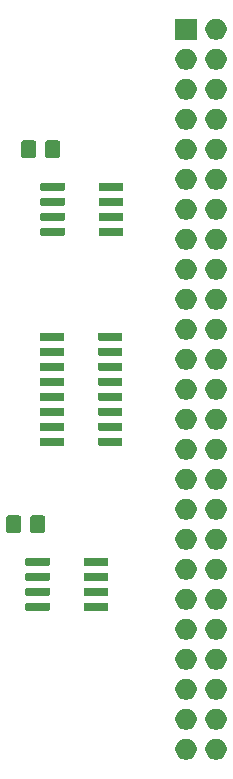
<source format=gbr>
G04 #@! TF.GenerationSoftware,KiCad,Pcbnew,5.1.6-c6e7f7d~87~ubuntu18.04.1*
G04 #@! TF.CreationDate,2020-09-06T21:37:12+01:00*
G04 #@! TF.ProjectId,KiCadOpenSession,4b694361-644f-4706-956e-53657373696f,rev?*
G04 #@! TF.SameCoordinates,Original*
G04 #@! TF.FileFunction,Soldermask,Top*
G04 #@! TF.FilePolarity,Negative*
%FSLAX46Y46*%
G04 Gerber Fmt 4.6, Leading zero omitted, Abs format (unit mm)*
G04 Created by KiCad (PCBNEW 5.1.6-c6e7f7d~87~ubuntu18.04.1) date 2020-09-06 21:37:12*
%MOMM*%
%LPD*%
G01*
G04 APERTURE LIST*
%ADD10C,0.100000*%
G04 APERTURE END LIST*
D10*
G36*
X161403512Y-140073927D02*
G01*
X161552812Y-140103624D01*
X161716784Y-140171544D01*
X161864354Y-140270147D01*
X161989853Y-140395646D01*
X162088456Y-140543216D01*
X162156376Y-140707188D01*
X162191000Y-140881259D01*
X162191000Y-141058741D01*
X162156376Y-141232812D01*
X162088456Y-141396784D01*
X161989853Y-141544354D01*
X161864354Y-141669853D01*
X161716784Y-141768456D01*
X161552812Y-141836376D01*
X161403512Y-141866073D01*
X161378742Y-141871000D01*
X161201258Y-141871000D01*
X161176488Y-141866073D01*
X161027188Y-141836376D01*
X160863216Y-141768456D01*
X160715646Y-141669853D01*
X160590147Y-141544354D01*
X160491544Y-141396784D01*
X160423624Y-141232812D01*
X160389000Y-141058741D01*
X160389000Y-140881259D01*
X160423624Y-140707188D01*
X160491544Y-140543216D01*
X160590147Y-140395646D01*
X160715646Y-140270147D01*
X160863216Y-140171544D01*
X161027188Y-140103624D01*
X161176488Y-140073927D01*
X161201258Y-140069000D01*
X161378742Y-140069000D01*
X161403512Y-140073927D01*
G37*
G36*
X158863512Y-140073927D02*
G01*
X159012812Y-140103624D01*
X159176784Y-140171544D01*
X159324354Y-140270147D01*
X159449853Y-140395646D01*
X159548456Y-140543216D01*
X159616376Y-140707188D01*
X159651000Y-140881259D01*
X159651000Y-141058741D01*
X159616376Y-141232812D01*
X159548456Y-141396784D01*
X159449853Y-141544354D01*
X159324354Y-141669853D01*
X159176784Y-141768456D01*
X159012812Y-141836376D01*
X158863512Y-141866073D01*
X158838742Y-141871000D01*
X158661258Y-141871000D01*
X158636488Y-141866073D01*
X158487188Y-141836376D01*
X158323216Y-141768456D01*
X158175646Y-141669853D01*
X158050147Y-141544354D01*
X157951544Y-141396784D01*
X157883624Y-141232812D01*
X157849000Y-141058741D01*
X157849000Y-140881259D01*
X157883624Y-140707188D01*
X157951544Y-140543216D01*
X158050147Y-140395646D01*
X158175646Y-140270147D01*
X158323216Y-140171544D01*
X158487188Y-140103624D01*
X158636488Y-140073927D01*
X158661258Y-140069000D01*
X158838742Y-140069000D01*
X158863512Y-140073927D01*
G37*
G36*
X161403512Y-137533927D02*
G01*
X161552812Y-137563624D01*
X161716784Y-137631544D01*
X161864354Y-137730147D01*
X161989853Y-137855646D01*
X162088456Y-138003216D01*
X162156376Y-138167188D01*
X162191000Y-138341259D01*
X162191000Y-138518741D01*
X162156376Y-138692812D01*
X162088456Y-138856784D01*
X161989853Y-139004354D01*
X161864354Y-139129853D01*
X161716784Y-139228456D01*
X161552812Y-139296376D01*
X161403512Y-139326073D01*
X161378742Y-139331000D01*
X161201258Y-139331000D01*
X161176488Y-139326073D01*
X161027188Y-139296376D01*
X160863216Y-139228456D01*
X160715646Y-139129853D01*
X160590147Y-139004354D01*
X160491544Y-138856784D01*
X160423624Y-138692812D01*
X160389000Y-138518741D01*
X160389000Y-138341259D01*
X160423624Y-138167188D01*
X160491544Y-138003216D01*
X160590147Y-137855646D01*
X160715646Y-137730147D01*
X160863216Y-137631544D01*
X161027188Y-137563624D01*
X161176488Y-137533927D01*
X161201258Y-137529000D01*
X161378742Y-137529000D01*
X161403512Y-137533927D01*
G37*
G36*
X158863512Y-137533927D02*
G01*
X159012812Y-137563624D01*
X159176784Y-137631544D01*
X159324354Y-137730147D01*
X159449853Y-137855646D01*
X159548456Y-138003216D01*
X159616376Y-138167188D01*
X159651000Y-138341259D01*
X159651000Y-138518741D01*
X159616376Y-138692812D01*
X159548456Y-138856784D01*
X159449853Y-139004354D01*
X159324354Y-139129853D01*
X159176784Y-139228456D01*
X159012812Y-139296376D01*
X158863512Y-139326073D01*
X158838742Y-139331000D01*
X158661258Y-139331000D01*
X158636488Y-139326073D01*
X158487188Y-139296376D01*
X158323216Y-139228456D01*
X158175646Y-139129853D01*
X158050147Y-139004354D01*
X157951544Y-138856784D01*
X157883624Y-138692812D01*
X157849000Y-138518741D01*
X157849000Y-138341259D01*
X157883624Y-138167188D01*
X157951544Y-138003216D01*
X158050147Y-137855646D01*
X158175646Y-137730147D01*
X158323216Y-137631544D01*
X158487188Y-137563624D01*
X158636488Y-137533927D01*
X158661258Y-137529000D01*
X158838742Y-137529000D01*
X158863512Y-137533927D01*
G37*
G36*
X161403512Y-134993927D02*
G01*
X161552812Y-135023624D01*
X161716784Y-135091544D01*
X161864354Y-135190147D01*
X161989853Y-135315646D01*
X162088456Y-135463216D01*
X162156376Y-135627188D01*
X162191000Y-135801259D01*
X162191000Y-135978741D01*
X162156376Y-136152812D01*
X162088456Y-136316784D01*
X161989853Y-136464354D01*
X161864354Y-136589853D01*
X161716784Y-136688456D01*
X161552812Y-136756376D01*
X161403512Y-136786073D01*
X161378742Y-136791000D01*
X161201258Y-136791000D01*
X161176488Y-136786073D01*
X161027188Y-136756376D01*
X160863216Y-136688456D01*
X160715646Y-136589853D01*
X160590147Y-136464354D01*
X160491544Y-136316784D01*
X160423624Y-136152812D01*
X160389000Y-135978741D01*
X160389000Y-135801259D01*
X160423624Y-135627188D01*
X160491544Y-135463216D01*
X160590147Y-135315646D01*
X160715646Y-135190147D01*
X160863216Y-135091544D01*
X161027188Y-135023624D01*
X161176488Y-134993927D01*
X161201258Y-134989000D01*
X161378742Y-134989000D01*
X161403512Y-134993927D01*
G37*
G36*
X158863512Y-134993927D02*
G01*
X159012812Y-135023624D01*
X159176784Y-135091544D01*
X159324354Y-135190147D01*
X159449853Y-135315646D01*
X159548456Y-135463216D01*
X159616376Y-135627188D01*
X159651000Y-135801259D01*
X159651000Y-135978741D01*
X159616376Y-136152812D01*
X159548456Y-136316784D01*
X159449853Y-136464354D01*
X159324354Y-136589853D01*
X159176784Y-136688456D01*
X159012812Y-136756376D01*
X158863512Y-136786073D01*
X158838742Y-136791000D01*
X158661258Y-136791000D01*
X158636488Y-136786073D01*
X158487188Y-136756376D01*
X158323216Y-136688456D01*
X158175646Y-136589853D01*
X158050147Y-136464354D01*
X157951544Y-136316784D01*
X157883624Y-136152812D01*
X157849000Y-135978741D01*
X157849000Y-135801259D01*
X157883624Y-135627188D01*
X157951544Y-135463216D01*
X158050147Y-135315646D01*
X158175646Y-135190147D01*
X158323216Y-135091544D01*
X158487188Y-135023624D01*
X158636488Y-134993927D01*
X158661258Y-134989000D01*
X158838742Y-134989000D01*
X158863512Y-134993927D01*
G37*
G36*
X158863512Y-132453927D02*
G01*
X159012812Y-132483624D01*
X159176784Y-132551544D01*
X159324354Y-132650147D01*
X159449853Y-132775646D01*
X159548456Y-132923216D01*
X159616376Y-133087188D01*
X159651000Y-133261259D01*
X159651000Y-133438741D01*
X159616376Y-133612812D01*
X159548456Y-133776784D01*
X159449853Y-133924354D01*
X159324354Y-134049853D01*
X159176784Y-134148456D01*
X159012812Y-134216376D01*
X158863512Y-134246073D01*
X158838742Y-134251000D01*
X158661258Y-134251000D01*
X158636488Y-134246073D01*
X158487188Y-134216376D01*
X158323216Y-134148456D01*
X158175646Y-134049853D01*
X158050147Y-133924354D01*
X157951544Y-133776784D01*
X157883624Y-133612812D01*
X157849000Y-133438741D01*
X157849000Y-133261259D01*
X157883624Y-133087188D01*
X157951544Y-132923216D01*
X158050147Y-132775646D01*
X158175646Y-132650147D01*
X158323216Y-132551544D01*
X158487188Y-132483624D01*
X158636488Y-132453927D01*
X158661258Y-132449000D01*
X158838742Y-132449000D01*
X158863512Y-132453927D01*
G37*
G36*
X161403512Y-132453927D02*
G01*
X161552812Y-132483624D01*
X161716784Y-132551544D01*
X161864354Y-132650147D01*
X161989853Y-132775646D01*
X162088456Y-132923216D01*
X162156376Y-133087188D01*
X162191000Y-133261259D01*
X162191000Y-133438741D01*
X162156376Y-133612812D01*
X162088456Y-133776784D01*
X161989853Y-133924354D01*
X161864354Y-134049853D01*
X161716784Y-134148456D01*
X161552812Y-134216376D01*
X161403512Y-134246073D01*
X161378742Y-134251000D01*
X161201258Y-134251000D01*
X161176488Y-134246073D01*
X161027188Y-134216376D01*
X160863216Y-134148456D01*
X160715646Y-134049853D01*
X160590147Y-133924354D01*
X160491544Y-133776784D01*
X160423624Y-133612812D01*
X160389000Y-133438741D01*
X160389000Y-133261259D01*
X160423624Y-133087188D01*
X160491544Y-132923216D01*
X160590147Y-132775646D01*
X160715646Y-132650147D01*
X160863216Y-132551544D01*
X161027188Y-132483624D01*
X161176488Y-132453927D01*
X161201258Y-132449000D01*
X161378742Y-132449000D01*
X161403512Y-132453927D01*
G37*
G36*
X158863512Y-129913927D02*
G01*
X159012812Y-129943624D01*
X159176784Y-130011544D01*
X159324354Y-130110147D01*
X159449853Y-130235646D01*
X159548456Y-130383216D01*
X159616376Y-130547188D01*
X159651000Y-130721259D01*
X159651000Y-130898741D01*
X159616376Y-131072812D01*
X159548456Y-131236784D01*
X159449853Y-131384354D01*
X159324354Y-131509853D01*
X159176784Y-131608456D01*
X159012812Y-131676376D01*
X158863512Y-131706073D01*
X158838742Y-131711000D01*
X158661258Y-131711000D01*
X158636488Y-131706073D01*
X158487188Y-131676376D01*
X158323216Y-131608456D01*
X158175646Y-131509853D01*
X158050147Y-131384354D01*
X157951544Y-131236784D01*
X157883624Y-131072812D01*
X157849000Y-130898741D01*
X157849000Y-130721259D01*
X157883624Y-130547188D01*
X157951544Y-130383216D01*
X158050147Y-130235646D01*
X158175646Y-130110147D01*
X158323216Y-130011544D01*
X158487188Y-129943624D01*
X158636488Y-129913927D01*
X158661258Y-129909000D01*
X158838742Y-129909000D01*
X158863512Y-129913927D01*
G37*
G36*
X161403512Y-129913927D02*
G01*
X161552812Y-129943624D01*
X161716784Y-130011544D01*
X161864354Y-130110147D01*
X161989853Y-130235646D01*
X162088456Y-130383216D01*
X162156376Y-130547188D01*
X162191000Y-130721259D01*
X162191000Y-130898741D01*
X162156376Y-131072812D01*
X162088456Y-131236784D01*
X161989853Y-131384354D01*
X161864354Y-131509853D01*
X161716784Y-131608456D01*
X161552812Y-131676376D01*
X161403512Y-131706073D01*
X161378742Y-131711000D01*
X161201258Y-131711000D01*
X161176488Y-131706073D01*
X161027188Y-131676376D01*
X160863216Y-131608456D01*
X160715646Y-131509853D01*
X160590147Y-131384354D01*
X160491544Y-131236784D01*
X160423624Y-131072812D01*
X160389000Y-130898741D01*
X160389000Y-130721259D01*
X160423624Y-130547188D01*
X160491544Y-130383216D01*
X160590147Y-130235646D01*
X160715646Y-130110147D01*
X160863216Y-130011544D01*
X161027188Y-129943624D01*
X161176488Y-129913927D01*
X161201258Y-129909000D01*
X161378742Y-129909000D01*
X161403512Y-129913927D01*
G37*
G36*
X152064928Y-128556764D02*
G01*
X152086009Y-128563160D01*
X152105445Y-128573548D01*
X152122476Y-128587524D01*
X152136452Y-128604555D01*
X152146840Y-128623991D01*
X152153236Y-128645072D01*
X152156000Y-128673140D01*
X152156000Y-129136860D01*
X152153236Y-129164928D01*
X152146840Y-129186009D01*
X152136452Y-129205445D01*
X152122476Y-129222476D01*
X152105445Y-129236452D01*
X152086009Y-129246840D01*
X152064928Y-129253236D01*
X152036860Y-129256000D01*
X150223140Y-129256000D01*
X150195072Y-129253236D01*
X150173991Y-129246840D01*
X150154555Y-129236452D01*
X150137524Y-129222476D01*
X150123548Y-129205445D01*
X150113160Y-129186009D01*
X150106764Y-129164928D01*
X150104000Y-129136860D01*
X150104000Y-128673140D01*
X150106764Y-128645072D01*
X150113160Y-128623991D01*
X150123548Y-128604555D01*
X150137524Y-128587524D01*
X150154555Y-128573548D01*
X150173991Y-128563160D01*
X150195072Y-128556764D01*
X150223140Y-128554000D01*
X152036860Y-128554000D01*
X152064928Y-128556764D01*
G37*
G36*
X147114928Y-128556764D02*
G01*
X147136009Y-128563160D01*
X147155445Y-128573548D01*
X147172476Y-128587524D01*
X147186452Y-128604555D01*
X147196840Y-128623991D01*
X147203236Y-128645072D01*
X147206000Y-128673140D01*
X147206000Y-129136860D01*
X147203236Y-129164928D01*
X147196840Y-129186009D01*
X147186452Y-129205445D01*
X147172476Y-129222476D01*
X147155445Y-129236452D01*
X147136009Y-129246840D01*
X147114928Y-129253236D01*
X147086860Y-129256000D01*
X145273140Y-129256000D01*
X145245072Y-129253236D01*
X145223991Y-129246840D01*
X145204555Y-129236452D01*
X145187524Y-129222476D01*
X145173548Y-129205445D01*
X145163160Y-129186009D01*
X145156764Y-129164928D01*
X145154000Y-129136860D01*
X145154000Y-128673140D01*
X145156764Y-128645072D01*
X145163160Y-128623991D01*
X145173548Y-128604555D01*
X145187524Y-128587524D01*
X145204555Y-128573548D01*
X145223991Y-128563160D01*
X145245072Y-128556764D01*
X145273140Y-128554000D01*
X147086860Y-128554000D01*
X147114928Y-128556764D01*
G37*
G36*
X158863512Y-127373927D02*
G01*
X159012812Y-127403624D01*
X159176784Y-127471544D01*
X159324354Y-127570147D01*
X159449853Y-127695646D01*
X159548456Y-127843216D01*
X159616376Y-128007188D01*
X159651000Y-128181259D01*
X159651000Y-128358741D01*
X159616376Y-128532812D01*
X159548456Y-128696784D01*
X159449853Y-128844354D01*
X159324354Y-128969853D01*
X159176784Y-129068456D01*
X159012812Y-129136376D01*
X158869268Y-129164928D01*
X158838742Y-129171000D01*
X158661258Y-129171000D01*
X158630732Y-129164928D01*
X158487188Y-129136376D01*
X158323216Y-129068456D01*
X158175646Y-128969853D01*
X158050147Y-128844354D01*
X157951544Y-128696784D01*
X157883624Y-128532812D01*
X157849000Y-128358741D01*
X157849000Y-128181259D01*
X157883624Y-128007188D01*
X157951544Y-127843216D01*
X158050147Y-127695646D01*
X158175646Y-127570147D01*
X158323216Y-127471544D01*
X158487188Y-127403624D01*
X158636488Y-127373927D01*
X158661258Y-127369000D01*
X158838742Y-127369000D01*
X158863512Y-127373927D01*
G37*
G36*
X161403512Y-127373927D02*
G01*
X161552812Y-127403624D01*
X161716784Y-127471544D01*
X161864354Y-127570147D01*
X161989853Y-127695646D01*
X162088456Y-127843216D01*
X162156376Y-128007188D01*
X162191000Y-128181259D01*
X162191000Y-128358741D01*
X162156376Y-128532812D01*
X162088456Y-128696784D01*
X161989853Y-128844354D01*
X161864354Y-128969853D01*
X161716784Y-129068456D01*
X161552812Y-129136376D01*
X161409268Y-129164928D01*
X161378742Y-129171000D01*
X161201258Y-129171000D01*
X161170732Y-129164928D01*
X161027188Y-129136376D01*
X160863216Y-129068456D01*
X160715646Y-128969853D01*
X160590147Y-128844354D01*
X160491544Y-128696784D01*
X160423624Y-128532812D01*
X160389000Y-128358741D01*
X160389000Y-128181259D01*
X160423624Y-128007188D01*
X160491544Y-127843216D01*
X160590147Y-127695646D01*
X160715646Y-127570147D01*
X160863216Y-127471544D01*
X161027188Y-127403624D01*
X161176488Y-127373927D01*
X161201258Y-127369000D01*
X161378742Y-127369000D01*
X161403512Y-127373927D01*
G37*
G36*
X152064928Y-127286764D02*
G01*
X152086009Y-127293160D01*
X152105445Y-127303548D01*
X152122476Y-127317524D01*
X152136452Y-127334555D01*
X152146840Y-127353991D01*
X152153236Y-127375072D01*
X152156000Y-127403140D01*
X152156000Y-127866860D01*
X152153236Y-127894928D01*
X152146840Y-127916009D01*
X152136452Y-127935445D01*
X152122476Y-127952476D01*
X152105445Y-127966452D01*
X152086009Y-127976840D01*
X152064928Y-127983236D01*
X152036860Y-127986000D01*
X150223140Y-127986000D01*
X150195072Y-127983236D01*
X150173991Y-127976840D01*
X150154555Y-127966452D01*
X150137524Y-127952476D01*
X150123548Y-127935445D01*
X150113160Y-127916009D01*
X150106764Y-127894928D01*
X150104000Y-127866860D01*
X150104000Y-127403140D01*
X150106764Y-127375072D01*
X150113160Y-127353991D01*
X150123548Y-127334555D01*
X150137524Y-127317524D01*
X150154555Y-127303548D01*
X150173991Y-127293160D01*
X150195072Y-127286764D01*
X150223140Y-127284000D01*
X152036860Y-127284000D01*
X152064928Y-127286764D01*
G37*
G36*
X147114928Y-127286764D02*
G01*
X147136009Y-127293160D01*
X147155445Y-127303548D01*
X147172476Y-127317524D01*
X147186452Y-127334555D01*
X147196840Y-127353991D01*
X147203236Y-127375072D01*
X147206000Y-127403140D01*
X147206000Y-127866860D01*
X147203236Y-127894928D01*
X147196840Y-127916009D01*
X147186452Y-127935445D01*
X147172476Y-127952476D01*
X147155445Y-127966452D01*
X147136009Y-127976840D01*
X147114928Y-127983236D01*
X147086860Y-127986000D01*
X145273140Y-127986000D01*
X145245072Y-127983236D01*
X145223991Y-127976840D01*
X145204555Y-127966452D01*
X145187524Y-127952476D01*
X145173548Y-127935445D01*
X145163160Y-127916009D01*
X145156764Y-127894928D01*
X145154000Y-127866860D01*
X145154000Y-127403140D01*
X145156764Y-127375072D01*
X145163160Y-127353991D01*
X145173548Y-127334555D01*
X145187524Y-127317524D01*
X145204555Y-127303548D01*
X145223991Y-127293160D01*
X145245072Y-127286764D01*
X145273140Y-127284000D01*
X147086860Y-127284000D01*
X147114928Y-127286764D01*
G37*
G36*
X152064928Y-126016764D02*
G01*
X152086009Y-126023160D01*
X152105445Y-126033548D01*
X152122476Y-126047524D01*
X152136452Y-126064555D01*
X152146840Y-126083991D01*
X152153236Y-126105072D01*
X152156000Y-126133140D01*
X152156000Y-126596860D01*
X152153236Y-126624928D01*
X152146840Y-126646009D01*
X152136452Y-126665445D01*
X152122476Y-126682476D01*
X152105445Y-126696452D01*
X152086009Y-126706840D01*
X152064928Y-126713236D01*
X152036860Y-126716000D01*
X150223140Y-126716000D01*
X150195072Y-126713236D01*
X150173991Y-126706840D01*
X150154555Y-126696452D01*
X150137524Y-126682476D01*
X150123548Y-126665445D01*
X150113160Y-126646009D01*
X150106764Y-126624928D01*
X150104000Y-126596860D01*
X150104000Y-126133140D01*
X150106764Y-126105072D01*
X150113160Y-126083991D01*
X150123548Y-126064555D01*
X150137524Y-126047524D01*
X150154555Y-126033548D01*
X150173991Y-126023160D01*
X150195072Y-126016764D01*
X150223140Y-126014000D01*
X152036860Y-126014000D01*
X152064928Y-126016764D01*
G37*
G36*
X147114928Y-126016764D02*
G01*
X147136009Y-126023160D01*
X147155445Y-126033548D01*
X147172476Y-126047524D01*
X147186452Y-126064555D01*
X147196840Y-126083991D01*
X147203236Y-126105072D01*
X147206000Y-126133140D01*
X147206000Y-126596860D01*
X147203236Y-126624928D01*
X147196840Y-126646009D01*
X147186452Y-126665445D01*
X147172476Y-126682476D01*
X147155445Y-126696452D01*
X147136009Y-126706840D01*
X147114928Y-126713236D01*
X147086860Y-126716000D01*
X145273140Y-126716000D01*
X145245072Y-126713236D01*
X145223991Y-126706840D01*
X145204555Y-126696452D01*
X145187524Y-126682476D01*
X145173548Y-126665445D01*
X145163160Y-126646009D01*
X145156764Y-126624928D01*
X145154000Y-126596860D01*
X145154000Y-126133140D01*
X145156764Y-126105072D01*
X145163160Y-126083991D01*
X145173548Y-126064555D01*
X145187524Y-126047524D01*
X145204555Y-126033548D01*
X145223991Y-126023160D01*
X145245072Y-126016764D01*
X145273140Y-126014000D01*
X147086860Y-126014000D01*
X147114928Y-126016764D01*
G37*
G36*
X161403512Y-124833927D02*
G01*
X161552812Y-124863624D01*
X161716784Y-124931544D01*
X161864354Y-125030147D01*
X161989853Y-125155646D01*
X162088456Y-125303216D01*
X162156376Y-125467188D01*
X162191000Y-125641259D01*
X162191000Y-125818741D01*
X162156376Y-125992812D01*
X162088456Y-126156784D01*
X161989853Y-126304354D01*
X161864354Y-126429853D01*
X161716784Y-126528456D01*
X161552812Y-126596376D01*
X161409268Y-126624928D01*
X161378742Y-126631000D01*
X161201258Y-126631000D01*
X161170732Y-126624928D01*
X161027188Y-126596376D01*
X160863216Y-126528456D01*
X160715646Y-126429853D01*
X160590147Y-126304354D01*
X160491544Y-126156784D01*
X160423624Y-125992812D01*
X160389000Y-125818741D01*
X160389000Y-125641259D01*
X160423624Y-125467188D01*
X160491544Y-125303216D01*
X160590147Y-125155646D01*
X160715646Y-125030147D01*
X160863216Y-124931544D01*
X161027188Y-124863624D01*
X161176488Y-124833927D01*
X161201258Y-124829000D01*
X161378742Y-124829000D01*
X161403512Y-124833927D01*
G37*
G36*
X158863512Y-124833927D02*
G01*
X159012812Y-124863624D01*
X159176784Y-124931544D01*
X159324354Y-125030147D01*
X159449853Y-125155646D01*
X159548456Y-125303216D01*
X159616376Y-125467188D01*
X159651000Y-125641259D01*
X159651000Y-125818741D01*
X159616376Y-125992812D01*
X159548456Y-126156784D01*
X159449853Y-126304354D01*
X159324354Y-126429853D01*
X159176784Y-126528456D01*
X159012812Y-126596376D01*
X158869268Y-126624928D01*
X158838742Y-126631000D01*
X158661258Y-126631000D01*
X158630732Y-126624928D01*
X158487188Y-126596376D01*
X158323216Y-126528456D01*
X158175646Y-126429853D01*
X158050147Y-126304354D01*
X157951544Y-126156784D01*
X157883624Y-125992812D01*
X157849000Y-125818741D01*
X157849000Y-125641259D01*
X157883624Y-125467188D01*
X157951544Y-125303216D01*
X158050147Y-125155646D01*
X158175646Y-125030147D01*
X158323216Y-124931544D01*
X158487188Y-124863624D01*
X158636488Y-124833927D01*
X158661258Y-124829000D01*
X158838742Y-124829000D01*
X158863512Y-124833927D01*
G37*
G36*
X147114928Y-124746764D02*
G01*
X147136009Y-124753160D01*
X147155445Y-124763548D01*
X147172476Y-124777524D01*
X147186452Y-124794555D01*
X147196840Y-124813991D01*
X147203236Y-124835072D01*
X147206000Y-124863140D01*
X147206000Y-125326860D01*
X147203236Y-125354928D01*
X147196840Y-125376009D01*
X147186452Y-125395445D01*
X147172476Y-125412476D01*
X147155445Y-125426452D01*
X147136009Y-125436840D01*
X147114928Y-125443236D01*
X147086860Y-125446000D01*
X145273140Y-125446000D01*
X145245072Y-125443236D01*
X145223991Y-125436840D01*
X145204555Y-125426452D01*
X145187524Y-125412476D01*
X145173548Y-125395445D01*
X145163160Y-125376009D01*
X145156764Y-125354928D01*
X145154000Y-125326860D01*
X145154000Y-124863140D01*
X145156764Y-124835072D01*
X145163160Y-124813991D01*
X145173548Y-124794555D01*
X145187524Y-124777524D01*
X145204555Y-124763548D01*
X145223991Y-124753160D01*
X145245072Y-124746764D01*
X145273140Y-124744000D01*
X147086860Y-124744000D01*
X147114928Y-124746764D01*
G37*
G36*
X152064928Y-124746764D02*
G01*
X152086009Y-124753160D01*
X152105445Y-124763548D01*
X152122476Y-124777524D01*
X152136452Y-124794555D01*
X152146840Y-124813991D01*
X152153236Y-124835072D01*
X152156000Y-124863140D01*
X152156000Y-125326860D01*
X152153236Y-125354928D01*
X152146840Y-125376009D01*
X152136452Y-125395445D01*
X152122476Y-125412476D01*
X152105445Y-125426452D01*
X152086009Y-125436840D01*
X152064928Y-125443236D01*
X152036860Y-125446000D01*
X150223140Y-125446000D01*
X150195072Y-125443236D01*
X150173991Y-125436840D01*
X150154555Y-125426452D01*
X150137524Y-125412476D01*
X150123548Y-125395445D01*
X150113160Y-125376009D01*
X150106764Y-125354928D01*
X150104000Y-125326860D01*
X150104000Y-124863140D01*
X150106764Y-124835072D01*
X150113160Y-124813991D01*
X150123548Y-124794555D01*
X150137524Y-124777524D01*
X150154555Y-124763548D01*
X150173991Y-124753160D01*
X150195072Y-124746764D01*
X150223140Y-124744000D01*
X152036860Y-124744000D01*
X152064928Y-124746764D01*
G37*
G36*
X158863512Y-122293927D02*
G01*
X159012812Y-122323624D01*
X159176784Y-122391544D01*
X159324354Y-122490147D01*
X159449853Y-122615646D01*
X159548456Y-122763216D01*
X159616376Y-122927188D01*
X159651000Y-123101259D01*
X159651000Y-123278741D01*
X159616376Y-123452812D01*
X159548456Y-123616784D01*
X159449853Y-123764354D01*
X159324354Y-123889853D01*
X159176784Y-123988456D01*
X159012812Y-124056376D01*
X158863512Y-124086073D01*
X158838742Y-124091000D01*
X158661258Y-124091000D01*
X158636488Y-124086073D01*
X158487188Y-124056376D01*
X158323216Y-123988456D01*
X158175646Y-123889853D01*
X158050147Y-123764354D01*
X157951544Y-123616784D01*
X157883624Y-123452812D01*
X157849000Y-123278741D01*
X157849000Y-123101259D01*
X157883624Y-122927188D01*
X157951544Y-122763216D01*
X158050147Y-122615646D01*
X158175646Y-122490147D01*
X158323216Y-122391544D01*
X158487188Y-122323624D01*
X158636488Y-122293927D01*
X158661258Y-122289000D01*
X158838742Y-122289000D01*
X158863512Y-122293927D01*
G37*
G36*
X161403512Y-122293927D02*
G01*
X161552812Y-122323624D01*
X161716784Y-122391544D01*
X161864354Y-122490147D01*
X161989853Y-122615646D01*
X162088456Y-122763216D01*
X162156376Y-122927188D01*
X162191000Y-123101259D01*
X162191000Y-123278741D01*
X162156376Y-123452812D01*
X162088456Y-123616784D01*
X161989853Y-123764354D01*
X161864354Y-123889853D01*
X161716784Y-123988456D01*
X161552812Y-124056376D01*
X161403512Y-124086073D01*
X161378742Y-124091000D01*
X161201258Y-124091000D01*
X161176488Y-124086073D01*
X161027188Y-124056376D01*
X160863216Y-123988456D01*
X160715646Y-123889853D01*
X160590147Y-123764354D01*
X160491544Y-123616784D01*
X160423624Y-123452812D01*
X160389000Y-123278741D01*
X160389000Y-123101259D01*
X160423624Y-122927188D01*
X160491544Y-122763216D01*
X160590147Y-122615646D01*
X160715646Y-122490147D01*
X160863216Y-122391544D01*
X161027188Y-122323624D01*
X161176488Y-122293927D01*
X161201258Y-122289000D01*
X161378742Y-122289000D01*
X161403512Y-122293927D01*
G37*
G36*
X144608674Y-121173465D02*
G01*
X144646367Y-121184899D01*
X144681103Y-121203466D01*
X144711548Y-121228452D01*
X144736534Y-121258897D01*
X144755101Y-121293633D01*
X144766535Y-121331326D01*
X144771000Y-121376661D01*
X144771000Y-122463339D01*
X144766535Y-122508674D01*
X144755101Y-122546367D01*
X144736534Y-122581103D01*
X144711548Y-122611548D01*
X144681103Y-122636534D01*
X144646367Y-122655101D01*
X144608674Y-122666535D01*
X144563339Y-122671000D01*
X143726661Y-122671000D01*
X143681326Y-122666535D01*
X143643633Y-122655101D01*
X143608897Y-122636534D01*
X143578452Y-122611548D01*
X143553466Y-122581103D01*
X143534899Y-122546367D01*
X143523465Y-122508674D01*
X143519000Y-122463339D01*
X143519000Y-121376661D01*
X143523465Y-121331326D01*
X143534899Y-121293633D01*
X143553466Y-121258897D01*
X143578452Y-121228452D01*
X143608897Y-121203466D01*
X143643633Y-121184899D01*
X143681326Y-121173465D01*
X143726661Y-121169000D01*
X144563339Y-121169000D01*
X144608674Y-121173465D01*
G37*
G36*
X146658674Y-121173465D02*
G01*
X146696367Y-121184899D01*
X146731103Y-121203466D01*
X146761548Y-121228452D01*
X146786534Y-121258897D01*
X146805101Y-121293633D01*
X146816535Y-121331326D01*
X146821000Y-121376661D01*
X146821000Y-122463339D01*
X146816535Y-122508674D01*
X146805101Y-122546367D01*
X146786534Y-122581103D01*
X146761548Y-122611548D01*
X146731103Y-122636534D01*
X146696367Y-122655101D01*
X146658674Y-122666535D01*
X146613339Y-122671000D01*
X145776661Y-122671000D01*
X145731326Y-122666535D01*
X145693633Y-122655101D01*
X145658897Y-122636534D01*
X145628452Y-122611548D01*
X145603466Y-122581103D01*
X145584899Y-122546367D01*
X145573465Y-122508674D01*
X145569000Y-122463339D01*
X145569000Y-121376661D01*
X145573465Y-121331326D01*
X145584899Y-121293633D01*
X145603466Y-121258897D01*
X145628452Y-121228452D01*
X145658897Y-121203466D01*
X145693633Y-121184899D01*
X145731326Y-121173465D01*
X145776661Y-121169000D01*
X146613339Y-121169000D01*
X146658674Y-121173465D01*
G37*
G36*
X161403512Y-119753927D02*
G01*
X161552812Y-119783624D01*
X161716784Y-119851544D01*
X161864354Y-119950147D01*
X161989853Y-120075646D01*
X162088456Y-120223216D01*
X162156376Y-120387188D01*
X162191000Y-120561259D01*
X162191000Y-120738741D01*
X162156376Y-120912812D01*
X162088456Y-121076784D01*
X161989853Y-121224354D01*
X161864354Y-121349853D01*
X161716784Y-121448456D01*
X161552812Y-121516376D01*
X161403512Y-121546073D01*
X161378742Y-121551000D01*
X161201258Y-121551000D01*
X161176488Y-121546073D01*
X161027188Y-121516376D01*
X160863216Y-121448456D01*
X160715646Y-121349853D01*
X160590147Y-121224354D01*
X160491544Y-121076784D01*
X160423624Y-120912812D01*
X160389000Y-120738741D01*
X160389000Y-120561259D01*
X160423624Y-120387188D01*
X160491544Y-120223216D01*
X160590147Y-120075646D01*
X160715646Y-119950147D01*
X160863216Y-119851544D01*
X161027188Y-119783624D01*
X161176488Y-119753927D01*
X161201258Y-119749000D01*
X161378742Y-119749000D01*
X161403512Y-119753927D01*
G37*
G36*
X158863512Y-119753927D02*
G01*
X159012812Y-119783624D01*
X159176784Y-119851544D01*
X159324354Y-119950147D01*
X159449853Y-120075646D01*
X159548456Y-120223216D01*
X159616376Y-120387188D01*
X159651000Y-120561259D01*
X159651000Y-120738741D01*
X159616376Y-120912812D01*
X159548456Y-121076784D01*
X159449853Y-121224354D01*
X159324354Y-121349853D01*
X159176784Y-121448456D01*
X159012812Y-121516376D01*
X158863512Y-121546073D01*
X158838742Y-121551000D01*
X158661258Y-121551000D01*
X158636488Y-121546073D01*
X158487188Y-121516376D01*
X158323216Y-121448456D01*
X158175646Y-121349853D01*
X158050147Y-121224354D01*
X157951544Y-121076784D01*
X157883624Y-120912812D01*
X157849000Y-120738741D01*
X157849000Y-120561259D01*
X157883624Y-120387188D01*
X157951544Y-120223216D01*
X158050147Y-120075646D01*
X158175646Y-119950147D01*
X158323216Y-119851544D01*
X158487188Y-119783624D01*
X158636488Y-119753927D01*
X158661258Y-119749000D01*
X158838742Y-119749000D01*
X158863512Y-119753927D01*
G37*
G36*
X158863512Y-117213927D02*
G01*
X159012812Y-117243624D01*
X159176784Y-117311544D01*
X159324354Y-117410147D01*
X159449853Y-117535646D01*
X159548456Y-117683216D01*
X159616376Y-117847188D01*
X159651000Y-118021259D01*
X159651000Y-118198741D01*
X159616376Y-118372812D01*
X159548456Y-118536784D01*
X159449853Y-118684354D01*
X159324354Y-118809853D01*
X159176784Y-118908456D01*
X159012812Y-118976376D01*
X158863512Y-119006073D01*
X158838742Y-119011000D01*
X158661258Y-119011000D01*
X158636488Y-119006073D01*
X158487188Y-118976376D01*
X158323216Y-118908456D01*
X158175646Y-118809853D01*
X158050147Y-118684354D01*
X157951544Y-118536784D01*
X157883624Y-118372812D01*
X157849000Y-118198741D01*
X157849000Y-118021259D01*
X157883624Y-117847188D01*
X157951544Y-117683216D01*
X158050147Y-117535646D01*
X158175646Y-117410147D01*
X158323216Y-117311544D01*
X158487188Y-117243624D01*
X158636488Y-117213927D01*
X158661258Y-117209000D01*
X158838742Y-117209000D01*
X158863512Y-117213927D01*
G37*
G36*
X161403512Y-117213927D02*
G01*
X161552812Y-117243624D01*
X161716784Y-117311544D01*
X161864354Y-117410147D01*
X161989853Y-117535646D01*
X162088456Y-117683216D01*
X162156376Y-117847188D01*
X162191000Y-118021259D01*
X162191000Y-118198741D01*
X162156376Y-118372812D01*
X162088456Y-118536784D01*
X161989853Y-118684354D01*
X161864354Y-118809853D01*
X161716784Y-118908456D01*
X161552812Y-118976376D01*
X161403512Y-119006073D01*
X161378742Y-119011000D01*
X161201258Y-119011000D01*
X161176488Y-119006073D01*
X161027188Y-118976376D01*
X160863216Y-118908456D01*
X160715646Y-118809853D01*
X160590147Y-118684354D01*
X160491544Y-118536784D01*
X160423624Y-118372812D01*
X160389000Y-118198741D01*
X160389000Y-118021259D01*
X160423624Y-117847188D01*
X160491544Y-117683216D01*
X160590147Y-117535646D01*
X160715646Y-117410147D01*
X160863216Y-117311544D01*
X161027188Y-117243624D01*
X161176488Y-117213927D01*
X161201258Y-117209000D01*
X161378742Y-117209000D01*
X161403512Y-117213927D01*
G37*
G36*
X158863512Y-114673927D02*
G01*
X159012812Y-114703624D01*
X159176784Y-114771544D01*
X159324354Y-114870147D01*
X159449853Y-114995646D01*
X159548456Y-115143216D01*
X159616376Y-115307188D01*
X159651000Y-115481259D01*
X159651000Y-115658741D01*
X159616376Y-115832812D01*
X159548456Y-115996784D01*
X159449853Y-116144354D01*
X159324354Y-116269853D01*
X159176784Y-116368456D01*
X159012812Y-116436376D01*
X158863512Y-116466073D01*
X158838742Y-116471000D01*
X158661258Y-116471000D01*
X158636488Y-116466073D01*
X158487188Y-116436376D01*
X158323216Y-116368456D01*
X158175646Y-116269853D01*
X158050147Y-116144354D01*
X157951544Y-115996784D01*
X157883624Y-115832812D01*
X157849000Y-115658741D01*
X157849000Y-115481259D01*
X157883624Y-115307188D01*
X157951544Y-115143216D01*
X158050147Y-114995646D01*
X158175646Y-114870147D01*
X158323216Y-114771544D01*
X158487188Y-114703624D01*
X158636488Y-114673927D01*
X158661258Y-114669000D01*
X158838742Y-114669000D01*
X158863512Y-114673927D01*
G37*
G36*
X161403512Y-114673927D02*
G01*
X161552812Y-114703624D01*
X161716784Y-114771544D01*
X161864354Y-114870147D01*
X161989853Y-114995646D01*
X162088456Y-115143216D01*
X162156376Y-115307188D01*
X162191000Y-115481259D01*
X162191000Y-115658741D01*
X162156376Y-115832812D01*
X162088456Y-115996784D01*
X161989853Y-116144354D01*
X161864354Y-116269853D01*
X161716784Y-116368456D01*
X161552812Y-116436376D01*
X161403512Y-116466073D01*
X161378742Y-116471000D01*
X161201258Y-116471000D01*
X161176488Y-116466073D01*
X161027188Y-116436376D01*
X160863216Y-116368456D01*
X160715646Y-116269853D01*
X160590147Y-116144354D01*
X160491544Y-115996784D01*
X160423624Y-115832812D01*
X160389000Y-115658741D01*
X160389000Y-115481259D01*
X160423624Y-115307188D01*
X160491544Y-115143216D01*
X160590147Y-114995646D01*
X160715646Y-114870147D01*
X160863216Y-114771544D01*
X161027188Y-114703624D01*
X161176488Y-114673927D01*
X161201258Y-114669000D01*
X161378742Y-114669000D01*
X161403512Y-114673927D01*
G37*
G36*
X153269928Y-114586764D02*
G01*
X153291009Y-114593160D01*
X153310445Y-114603548D01*
X153327476Y-114617524D01*
X153341452Y-114634555D01*
X153351840Y-114653991D01*
X153358236Y-114675072D01*
X153361000Y-114703140D01*
X153361000Y-115166860D01*
X153358236Y-115194928D01*
X153351840Y-115216009D01*
X153341452Y-115235445D01*
X153327476Y-115252476D01*
X153310445Y-115266452D01*
X153291009Y-115276840D01*
X153269928Y-115283236D01*
X153241860Y-115286000D01*
X151428140Y-115286000D01*
X151400072Y-115283236D01*
X151378991Y-115276840D01*
X151359555Y-115266452D01*
X151342524Y-115252476D01*
X151328548Y-115235445D01*
X151318160Y-115216009D01*
X151311764Y-115194928D01*
X151309000Y-115166860D01*
X151309000Y-114703140D01*
X151311764Y-114675072D01*
X151318160Y-114653991D01*
X151328548Y-114634555D01*
X151342524Y-114617524D01*
X151359555Y-114603548D01*
X151378991Y-114593160D01*
X151400072Y-114586764D01*
X151428140Y-114584000D01*
X153241860Y-114584000D01*
X153269928Y-114586764D01*
G37*
G36*
X148319928Y-114586764D02*
G01*
X148341009Y-114593160D01*
X148360445Y-114603548D01*
X148377476Y-114617524D01*
X148391452Y-114634555D01*
X148401840Y-114653991D01*
X148408236Y-114675072D01*
X148411000Y-114703140D01*
X148411000Y-115166860D01*
X148408236Y-115194928D01*
X148401840Y-115216009D01*
X148391452Y-115235445D01*
X148377476Y-115252476D01*
X148360445Y-115266452D01*
X148341009Y-115276840D01*
X148319928Y-115283236D01*
X148291860Y-115286000D01*
X146478140Y-115286000D01*
X146450072Y-115283236D01*
X146428991Y-115276840D01*
X146409555Y-115266452D01*
X146392524Y-115252476D01*
X146378548Y-115235445D01*
X146368160Y-115216009D01*
X146361764Y-115194928D01*
X146359000Y-115166860D01*
X146359000Y-114703140D01*
X146361764Y-114675072D01*
X146368160Y-114653991D01*
X146378548Y-114634555D01*
X146392524Y-114617524D01*
X146409555Y-114603548D01*
X146428991Y-114593160D01*
X146450072Y-114586764D01*
X146478140Y-114584000D01*
X148291860Y-114584000D01*
X148319928Y-114586764D01*
G37*
G36*
X148319928Y-113316764D02*
G01*
X148341009Y-113323160D01*
X148360445Y-113333548D01*
X148377476Y-113347524D01*
X148391452Y-113364555D01*
X148401840Y-113383991D01*
X148408236Y-113405072D01*
X148411000Y-113433140D01*
X148411000Y-113896860D01*
X148408236Y-113924928D01*
X148401840Y-113946009D01*
X148391452Y-113965445D01*
X148377476Y-113982476D01*
X148360445Y-113996452D01*
X148341009Y-114006840D01*
X148319928Y-114013236D01*
X148291860Y-114016000D01*
X146478140Y-114016000D01*
X146450072Y-114013236D01*
X146428991Y-114006840D01*
X146409555Y-113996452D01*
X146392524Y-113982476D01*
X146378548Y-113965445D01*
X146368160Y-113946009D01*
X146361764Y-113924928D01*
X146359000Y-113896860D01*
X146359000Y-113433140D01*
X146361764Y-113405072D01*
X146368160Y-113383991D01*
X146378548Y-113364555D01*
X146392524Y-113347524D01*
X146409555Y-113333548D01*
X146428991Y-113323160D01*
X146450072Y-113316764D01*
X146478140Y-113314000D01*
X148291860Y-113314000D01*
X148319928Y-113316764D01*
G37*
G36*
X153269928Y-113316764D02*
G01*
X153291009Y-113323160D01*
X153310445Y-113333548D01*
X153327476Y-113347524D01*
X153341452Y-113364555D01*
X153351840Y-113383991D01*
X153358236Y-113405072D01*
X153361000Y-113433140D01*
X153361000Y-113896860D01*
X153358236Y-113924928D01*
X153351840Y-113946009D01*
X153341452Y-113965445D01*
X153327476Y-113982476D01*
X153310445Y-113996452D01*
X153291009Y-114006840D01*
X153269928Y-114013236D01*
X153241860Y-114016000D01*
X151428140Y-114016000D01*
X151400072Y-114013236D01*
X151378991Y-114006840D01*
X151359555Y-113996452D01*
X151342524Y-113982476D01*
X151328548Y-113965445D01*
X151318160Y-113946009D01*
X151311764Y-113924928D01*
X151309000Y-113896860D01*
X151309000Y-113433140D01*
X151311764Y-113405072D01*
X151318160Y-113383991D01*
X151328548Y-113364555D01*
X151342524Y-113347524D01*
X151359555Y-113333548D01*
X151378991Y-113323160D01*
X151400072Y-113316764D01*
X151428140Y-113314000D01*
X153241860Y-113314000D01*
X153269928Y-113316764D01*
G37*
G36*
X161403512Y-112133927D02*
G01*
X161552812Y-112163624D01*
X161716784Y-112231544D01*
X161864354Y-112330147D01*
X161989853Y-112455646D01*
X162088456Y-112603216D01*
X162156376Y-112767188D01*
X162191000Y-112941259D01*
X162191000Y-113118741D01*
X162156376Y-113292812D01*
X162088456Y-113456784D01*
X161989853Y-113604354D01*
X161864354Y-113729853D01*
X161716784Y-113828456D01*
X161552812Y-113896376D01*
X161409268Y-113924928D01*
X161378742Y-113931000D01*
X161201258Y-113931000D01*
X161170732Y-113924928D01*
X161027188Y-113896376D01*
X160863216Y-113828456D01*
X160715646Y-113729853D01*
X160590147Y-113604354D01*
X160491544Y-113456784D01*
X160423624Y-113292812D01*
X160389000Y-113118741D01*
X160389000Y-112941259D01*
X160423624Y-112767188D01*
X160491544Y-112603216D01*
X160590147Y-112455646D01*
X160715646Y-112330147D01*
X160863216Y-112231544D01*
X161027188Y-112163624D01*
X161176488Y-112133927D01*
X161201258Y-112129000D01*
X161378742Y-112129000D01*
X161403512Y-112133927D01*
G37*
G36*
X158863512Y-112133927D02*
G01*
X159012812Y-112163624D01*
X159176784Y-112231544D01*
X159324354Y-112330147D01*
X159449853Y-112455646D01*
X159548456Y-112603216D01*
X159616376Y-112767188D01*
X159651000Y-112941259D01*
X159651000Y-113118741D01*
X159616376Y-113292812D01*
X159548456Y-113456784D01*
X159449853Y-113604354D01*
X159324354Y-113729853D01*
X159176784Y-113828456D01*
X159012812Y-113896376D01*
X158869268Y-113924928D01*
X158838742Y-113931000D01*
X158661258Y-113931000D01*
X158630732Y-113924928D01*
X158487188Y-113896376D01*
X158323216Y-113828456D01*
X158175646Y-113729853D01*
X158050147Y-113604354D01*
X157951544Y-113456784D01*
X157883624Y-113292812D01*
X157849000Y-113118741D01*
X157849000Y-112941259D01*
X157883624Y-112767188D01*
X157951544Y-112603216D01*
X158050147Y-112455646D01*
X158175646Y-112330147D01*
X158323216Y-112231544D01*
X158487188Y-112163624D01*
X158636488Y-112133927D01*
X158661258Y-112129000D01*
X158838742Y-112129000D01*
X158863512Y-112133927D01*
G37*
G36*
X153269928Y-112046764D02*
G01*
X153291009Y-112053160D01*
X153310445Y-112063548D01*
X153327476Y-112077524D01*
X153341452Y-112094555D01*
X153351840Y-112113991D01*
X153358236Y-112135072D01*
X153361000Y-112163140D01*
X153361000Y-112626860D01*
X153358236Y-112654928D01*
X153351840Y-112676009D01*
X153341452Y-112695445D01*
X153327476Y-112712476D01*
X153310445Y-112726452D01*
X153291009Y-112736840D01*
X153269928Y-112743236D01*
X153241860Y-112746000D01*
X151428140Y-112746000D01*
X151400072Y-112743236D01*
X151378991Y-112736840D01*
X151359555Y-112726452D01*
X151342524Y-112712476D01*
X151328548Y-112695445D01*
X151318160Y-112676009D01*
X151311764Y-112654928D01*
X151309000Y-112626860D01*
X151309000Y-112163140D01*
X151311764Y-112135072D01*
X151318160Y-112113991D01*
X151328548Y-112094555D01*
X151342524Y-112077524D01*
X151359555Y-112063548D01*
X151378991Y-112053160D01*
X151400072Y-112046764D01*
X151428140Y-112044000D01*
X153241860Y-112044000D01*
X153269928Y-112046764D01*
G37*
G36*
X148319928Y-112046764D02*
G01*
X148341009Y-112053160D01*
X148360445Y-112063548D01*
X148377476Y-112077524D01*
X148391452Y-112094555D01*
X148401840Y-112113991D01*
X148408236Y-112135072D01*
X148411000Y-112163140D01*
X148411000Y-112626860D01*
X148408236Y-112654928D01*
X148401840Y-112676009D01*
X148391452Y-112695445D01*
X148377476Y-112712476D01*
X148360445Y-112726452D01*
X148341009Y-112736840D01*
X148319928Y-112743236D01*
X148291860Y-112746000D01*
X146478140Y-112746000D01*
X146450072Y-112743236D01*
X146428991Y-112736840D01*
X146409555Y-112726452D01*
X146392524Y-112712476D01*
X146378548Y-112695445D01*
X146368160Y-112676009D01*
X146361764Y-112654928D01*
X146359000Y-112626860D01*
X146359000Y-112163140D01*
X146361764Y-112135072D01*
X146368160Y-112113991D01*
X146378548Y-112094555D01*
X146392524Y-112077524D01*
X146409555Y-112063548D01*
X146428991Y-112053160D01*
X146450072Y-112046764D01*
X146478140Y-112044000D01*
X148291860Y-112044000D01*
X148319928Y-112046764D01*
G37*
G36*
X153269928Y-110776764D02*
G01*
X153291009Y-110783160D01*
X153310445Y-110793548D01*
X153327476Y-110807524D01*
X153341452Y-110824555D01*
X153351840Y-110843991D01*
X153358236Y-110865072D01*
X153361000Y-110893140D01*
X153361000Y-111356860D01*
X153358236Y-111384928D01*
X153351840Y-111406009D01*
X153341452Y-111425445D01*
X153327476Y-111442476D01*
X153310445Y-111456452D01*
X153291009Y-111466840D01*
X153269928Y-111473236D01*
X153241860Y-111476000D01*
X151428140Y-111476000D01*
X151400072Y-111473236D01*
X151378991Y-111466840D01*
X151359555Y-111456452D01*
X151342524Y-111442476D01*
X151328548Y-111425445D01*
X151318160Y-111406009D01*
X151311764Y-111384928D01*
X151309000Y-111356860D01*
X151309000Y-110893140D01*
X151311764Y-110865072D01*
X151318160Y-110843991D01*
X151328548Y-110824555D01*
X151342524Y-110807524D01*
X151359555Y-110793548D01*
X151378991Y-110783160D01*
X151400072Y-110776764D01*
X151428140Y-110774000D01*
X153241860Y-110774000D01*
X153269928Y-110776764D01*
G37*
G36*
X148319928Y-110776764D02*
G01*
X148341009Y-110783160D01*
X148360445Y-110793548D01*
X148377476Y-110807524D01*
X148391452Y-110824555D01*
X148401840Y-110843991D01*
X148408236Y-110865072D01*
X148411000Y-110893140D01*
X148411000Y-111356860D01*
X148408236Y-111384928D01*
X148401840Y-111406009D01*
X148391452Y-111425445D01*
X148377476Y-111442476D01*
X148360445Y-111456452D01*
X148341009Y-111466840D01*
X148319928Y-111473236D01*
X148291860Y-111476000D01*
X146478140Y-111476000D01*
X146450072Y-111473236D01*
X146428991Y-111466840D01*
X146409555Y-111456452D01*
X146392524Y-111442476D01*
X146378548Y-111425445D01*
X146368160Y-111406009D01*
X146361764Y-111384928D01*
X146359000Y-111356860D01*
X146359000Y-110893140D01*
X146361764Y-110865072D01*
X146368160Y-110843991D01*
X146378548Y-110824555D01*
X146392524Y-110807524D01*
X146409555Y-110793548D01*
X146428991Y-110783160D01*
X146450072Y-110776764D01*
X146478140Y-110774000D01*
X148291860Y-110774000D01*
X148319928Y-110776764D01*
G37*
G36*
X158863512Y-109593927D02*
G01*
X159012812Y-109623624D01*
X159176784Y-109691544D01*
X159324354Y-109790147D01*
X159449853Y-109915646D01*
X159548456Y-110063216D01*
X159616376Y-110227188D01*
X159651000Y-110401259D01*
X159651000Y-110578741D01*
X159616376Y-110752812D01*
X159548456Y-110916784D01*
X159449853Y-111064354D01*
X159324354Y-111189853D01*
X159176784Y-111288456D01*
X159012812Y-111356376D01*
X158869268Y-111384928D01*
X158838742Y-111391000D01*
X158661258Y-111391000D01*
X158630732Y-111384928D01*
X158487188Y-111356376D01*
X158323216Y-111288456D01*
X158175646Y-111189853D01*
X158050147Y-111064354D01*
X157951544Y-110916784D01*
X157883624Y-110752812D01*
X157849000Y-110578741D01*
X157849000Y-110401259D01*
X157883624Y-110227188D01*
X157951544Y-110063216D01*
X158050147Y-109915646D01*
X158175646Y-109790147D01*
X158323216Y-109691544D01*
X158487188Y-109623624D01*
X158636488Y-109593927D01*
X158661258Y-109589000D01*
X158838742Y-109589000D01*
X158863512Y-109593927D01*
G37*
G36*
X161403512Y-109593927D02*
G01*
X161552812Y-109623624D01*
X161716784Y-109691544D01*
X161864354Y-109790147D01*
X161989853Y-109915646D01*
X162088456Y-110063216D01*
X162156376Y-110227188D01*
X162191000Y-110401259D01*
X162191000Y-110578741D01*
X162156376Y-110752812D01*
X162088456Y-110916784D01*
X161989853Y-111064354D01*
X161864354Y-111189853D01*
X161716784Y-111288456D01*
X161552812Y-111356376D01*
X161409268Y-111384928D01*
X161378742Y-111391000D01*
X161201258Y-111391000D01*
X161170732Y-111384928D01*
X161027188Y-111356376D01*
X160863216Y-111288456D01*
X160715646Y-111189853D01*
X160590147Y-111064354D01*
X160491544Y-110916784D01*
X160423624Y-110752812D01*
X160389000Y-110578741D01*
X160389000Y-110401259D01*
X160423624Y-110227188D01*
X160491544Y-110063216D01*
X160590147Y-109915646D01*
X160715646Y-109790147D01*
X160863216Y-109691544D01*
X161027188Y-109623624D01*
X161176488Y-109593927D01*
X161201258Y-109589000D01*
X161378742Y-109589000D01*
X161403512Y-109593927D01*
G37*
G36*
X153269928Y-109506764D02*
G01*
X153291009Y-109513160D01*
X153310445Y-109523548D01*
X153327476Y-109537524D01*
X153341452Y-109554555D01*
X153351840Y-109573991D01*
X153358236Y-109595072D01*
X153361000Y-109623140D01*
X153361000Y-110086860D01*
X153358236Y-110114928D01*
X153351840Y-110136009D01*
X153341452Y-110155445D01*
X153327476Y-110172476D01*
X153310445Y-110186452D01*
X153291009Y-110196840D01*
X153269928Y-110203236D01*
X153241860Y-110206000D01*
X151428140Y-110206000D01*
X151400072Y-110203236D01*
X151378991Y-110196840D01*
X151359555Y-110186452D01*
X151342524Y-110172476D01*
X151328548Y-110155445D01*
X151318160Y-110136009D01*
X151311764Y-110114928D01*
X151309000Y-110086860D01*
X151309000Y-109623140D01*
X151311764Y-109595072D01*
X151318160Y-109573991D01*
X151328548Y-109554555D01*
X151342524Y-109537524D01*
X151359555Y-109523548D01*
X151378991Y-109513160D01*
X151400072Y-109506764D01*
X151428140Y-109504000D01*
X153241860Y-109504000D01*
X153269928Y-109506764D01*
G37*
G36*
X148319928Y-109506764D02*
G01*
X148341009Y-109513160D01*
X148360445Y-109523548D01*
X148377476Y-109537524D01*
X148391452Y-109554555D01*
X148401840Y-109573991D01*
X148408236Y-109595072D01*
X148411000Y-109623140D01*
X148411000Y-110086860D01*
X148408236Y-110114928D01*
X148401840Y-110136009D01*
X148391452Y-110155445D01*
X148377476Y-110172476D01*
X148360445Y-110186452D01*
X148341009Y-110196840D01*
X148319928Y-110203236D01*
X148291860Y-110206000D01*
X146478140Y-110206000D01*
X146450072Y-110203236D01*
X146428991Y-110196840D01*
X146409555Y-110186452D01*
X146392524Y-110172476D01*
X146378548Y-110155445D01*
X146368160Y-110136009D01*
X146361764Y-110114928D01*
X146359000Y-110086860D01*
X146359000Y-109623140D01*
X146361764Y-109595072D01*
X146368160Y-109573991D01*
X146378548Y-109554555D01*
X146392524Y-109537524D01*
X146409555Y-109523548D01*
X146428991Y-109513160D01*
X146450072Y-109506764D01*
X146478140Y-109504000D01*
X148291860Y-109504000D01*
X148319928Y-109506764D01*
G37*
G36*
X148319928Y-108236764D02*
G01*
X148341009Y-108243160D01*
X148360445Y-108253548D01*
X148377476Y-108267524D01*
X148391452Y-108284555D01*
X148401840Y-108303991D01*
X148408236Y-108325072D01*
X148411000Y-108353140D01*
X148411000Y-108816860D01*
X148408236Y-108844928D01*
X148401840Y-108866009D01*
X148391452Y-108885445D01*
X148377476Y-108902476D01*
X148360445Y-108916452D01*
X148341009Y-108926840D01*
X148319928Y-108933236D01*
X148291860Y-108936000D01*
X146478140Y-108936000D01*
X146450072Y-108933236D01*
X146428991Y-108926840D01*
X146409555Y-108916452D01*
X146392524Y-108902476D01*
X146378548Y-108885445D01*
X146368160Y-108866009D01*
X146361764Y-108844928D01*
X146359000Y-108816860D01*
X146359000Y-108353140D01*
X146361764Y-108325072D01*
X146368160Y-108303991D01*
X146378548Y-108284555D01*
X146392524Y-108267524D01*
X146409555Y-108253548D01*
X146428991Y-108243160D01*
X146450072Y-108236764D01*
X146478140Y-108234000D01*
X148291860Y-108234000D01*
X148319928Y-108236764D01*
G37*
G36*
X153269928Y-108236764D02*
G01*
X153291009Y-108243160D01*
X153310445Y-108253548D01*
X153327476Y-108267524D01*
X153341452Y-108284555D01*
X153351840Y-108303991D01*
X153358236Y-108325072D01*
X153361000Y-108353140D01*
X153361000Y-108816860D01*
X153358236Y-108844928D01*
X153351840Y-108866009D01*
X153341452Y-108885445D01*
X153327476Y-108902476D01*
X153310445Y-108916452D01*
X153291009Y-108926840D01*
X153269928Y-108933236D01*
X153241860Y-108936000D01*
X151428140Y-108936000D01*
X151400072Y-108933236D01*
X151378991Y-108926840D01*
X151359555Y-108916452D01*
X151342524Y-108902476D01*
X151328548Y-108885445D01*
X151318160Y-108866009D01*
X151311764Y-108844928D01*
X151309000Y-108816860D01*
X151309000Y-108353140D01*
X151311764Y-108325072D01*
X151318160Y-108303991D01*
X151328548Y-108284555D01*
X151342524Y-108267524D01*
X151359555Y-108253548D01*
X151378991Y-108243160D01*
X151400072Y-108236764D01*
X151428140Y-108234000D01*
X153241860Y-108234000D01*
X153269928Y-108236764D01*
G37*
G36*
X161403512Y-107053927D02*
G01*
X161552812Y-107083624D01*
X161716784Y-107151544D01*
X161864354Y-107250147D01*
X161989853Y-107375646D01*
X162088456Y-107523216D01*
X162156376Y-107687188D01*
X162191000Y-107861259D01*
X162191000Y-108038741D01*
X162156376Y-108212812D01*
X162088456Y-108376784D01*
X161989853Y-108524354D01*
X161864354Y-108649853D01*
X161716784Y-108748456D01*
X161552812Y-108816376D01*
X161409268Y-108844928D01*
X161378742Y-108851000D01*
X161201258Y-108851000D01*
X161170732Y-108844928D01*
X161027188Y-108816376D01*
X160863216Y-108748456D01*
X160715646Y-108649853D01*
X160590147Y-108524354D01*
X160491544Y-108376784D01*
X160423624Y-108212812D01*
X160389000Y-108038741D01*
X160389000Y-107861259D01*
X160423624Y-107687188D01*
X160491544Y-107523216D01*
X160590147Y-107375646D01*
X160715646Y-107250147D01*
X160863216Y-107151544D01*
X161027188Y-107083624D01*
X161176488Y-107053927D01*
X161201258Y-107049000D01*
X161378742Y-107049000D01*
X161403512Y-107053927D01*
G37*
G36*
X158863512Y-107053927D02*
G01*
X159012812Y-107083624D01*
X159176784Y-107151544D01*
X159324354Y-107250147D01*
X159449853Y-107375646D01*
X159548456Y-107523216D01*
X159616376Y-107687188D01*
X159651000Y-107861259D01*
X159651000Y-108038741D01*
X159616376Y-108212812D01*
X159548456Y-108376784D01*
X159449853Y-108524354D01*
X159324354Y-108649853D01*
X159176784Y-108748456D01*
X159012812Y-108816376D01*
X158869268Y-108844928D01*
X158838742Y-108851000D01*
X158661258Y-108851000D01*
X158630732Y-108844928D01*
X158487188Y-108816376D01*
X158323216Y-108748456D01*
X158175646Y-108649853D01*
X158050147Y-108524354D01*
X157951544Y-108376784D01*
X157883624Y-108212812D01*
X157849000Y-108038741D01*
X157849000Y-107861259D01*
X157883624Y-107687188D01*
X157951544Y-107523216D01*
X158050147Y-107375646D01*
X158175646Y-107250147D01*
X158323216Y-107151544D01*
X158487188Y-107083624D01*
X158636488Y-107053927D01*
X158661258Y-107049000D01*
X158838742Y-107049000D01*
X158863512Y-107053927D01*
G37*
G36*
X153269928Y-106966764D02*
G01*
X153291009Y-106973160D01*
X153310445Y-106983548D01*
X153327476Y-106997524D01*
X153341452Y-107014555D01*
X153351840Y-107033991D01*
X153358236Y-107055072D01*
X153361000Y-107083140D01*
X153361000Y-107546860D01*
X153358236Y-107574928D01*
X153351840Y-107596009D01*
X153341452Y-107615445D01*
X153327476Y-107632476D01*
X153310445Y-107646452D01*
X153291009Y-107656840D01*
X153269928Y-107663236D01*
X153241860Y-107666000D01*
X151428140Y-107666000D01*
X151400072Y-107663236D01*
X151378991Y-107656840D01*
X151359555Y-107646452D01*
X151342524Y-107632476D01*
X151328548Y-107615445D01*
X151318160Y-107596009D01*
X151311764Y-107574928D01*
X151309000Y-107546860D01*
X151309000Y-107083140D01*
X151311764Y-107055072D01*
X151318160Y-107033991D01*
X151328548Y-107014555D01*
X151342524Y-106997524D01*
X151359555Y-106983548D01*
X151378991Y-106973160D01*
X151400072Y-106966764D01*
X151428140Y-106964000D01*
X153241860Y-106964000D01*
X153269928Y-106966764D01*
G37*
G36*
X148319928Y-106966764D02*
G01*
X148341009Y-106973160D01*
X148360445Y-106983548D01*
X148377476Y-106997524D01*
X148391452Y-107014555D01*
X148401840Y-107033991D01*
X148408236Y-107055072D01*
X148411000Y-107083140D01*
X148411000Y-107546860D01*
X148408236Y-107574928D01*
X148401840Y-107596009D01*
X148391452Y-107615445D01*
X148377476Y-107632476D01*
X148360445Y-107646452D01*
X148341009Y-107656840D01*
X148319928Y-107663236D01*
X148291860Y-107666000D01*
X146478140Y-107666000D01*
X146450072Y-107663236D01*
X146428991Y-107656840D01*
X146409555Y-107646452D01*
X146392524Y-107632476D01*
X146378548Y-107615445D01*
X146368160Y-107596009D01*
X146361764Y-107574928D01*
X146359000Y-107546860D01*
X146359000Y-107083140D01*
X146361764Y-107055072D01*
X146368160Y-107033991D01*
X146378548Y-107014555D01*
X146392524Y-106997524D01*
X146409555Y-106983548D01*
X146428991Y-106973160D01*
X146450072Y-106966764D01*
X146478140Y-106964000D01*
X148291860Y-106964000D01*
X148319928Y-106966764D01*
G37*
G36*
X148319928Y-105696764D02*
G01*
X148341009Y-105703160D01*
X148360445Y-105713548D01*
X148377476Y-105727524D01*
X148391452Y-105744555D01*
X148401840Y-105763991D01*
X148408236Y-105785072D01*
X148411000Y-105813140D01*
X148411000Y-106276860D01*
X148408236Y-106304928D01*
X148401840Y-106326009D01*
X148391452Y-106345445D01*
X148377476Y-106362476D01*
X148360445Y-106376452D01*
X148341009Y-106386840D01*
X148319928Y-106393236D01*
X148291860Y-106396000D01*
X146478140Y-106396000D01*
X146450072Y-106393236D01*
X146428991Y-106386840D01*
X146409555Y-106376452D01*
X146392524Y-106362476D01*
X146378548Y-106345445D01*
X146368160Y-106326009D01*
X146361764Y-106304928D01*
X146359000Y-106276860D01*
X146359000Y-105813140D01*
X146361764Y-105785072D01*
X146368160Y-105763991D01*
X146378548Y-105744555D01*
X146392524Y-105727524D01*
X146409555Y-105713548D01*
X146428991Y-105703160D01*
X146450072Y-105696764D01*
X146478140Y-105694000D01*
X148291860Y-105694000D01*
X148319928Y-105696764D01*
G37*
G36*
X153269928Y-105696764D02*
G01*
X153291009Y-105703160D01*
X153310445Y-105713548D01*
X153327476Y-105727524D01*
X153341452Y-105744555D01*
X153351840Y-105763991D01*
X153358236Y-105785072D01*
X153361000Y-105813140D01*
X153361000Y-106276860D01*
X153358236Y-106304928D01*
X153351840Y-106326009D01*
X153341452Y-106345445D01*
X153327476Y-106362476D01*
X153310445Y-106376452D01*
X153291009Y-106386840D01*
X153269928Y-106393236D01*
X153241860Y-106396000D01*
X151428140Y-106396000D01*
X151400072Y-106393236D01*
X151378991Y-106386840D01*
X151359555Y-106376452D01*
X151342524Y-106362476D01*
X151328548Y-106345445D01*
X151318160Y-106326009D01*
X151311764Y-106304928D01*
X151309000Y-106276860D01*
X151309000Y-105813140D01*
X151311764Y-105785072D01*
X151318160Y-105763991D01*
X151328548Y-105744555D01*
X151342524Y-105727524D01*
X151359555Y-105713548D01*
X151378991Y-105703160D01*
X151400072Y-105696764D01*
X151428140Y-105694000D01*
X153241860Y-105694000D01*
X153269928Y-105696764D01*
G37*
G36*
X158863512Y-104513927D02*
G01*
X159012812Y-104543624D01*
X159176784Y-104611544D01*
X159324354Y-104710147D01*
X159449853Y-104835646D01*
X159548456Y-104983216D01*
X159616376Y-105147188D01*
X159651000Y-105321259D01*
X159651000Y-105498741D01*
X159616376Y-105672812D01*
X159548456Y-105836784D01*
X159449853Y-105984354D01*
X159324354Y-106109853D01*
X159176784Y-106208456D01*
X159012812Y-106276376D01*
X158869268Y-106304928D01*
X158838742Y-106311000D01*
X158661258Y-106311000D01*
X158630732Y-106304928D01*
X158487188Y-106276376D01*
X158323216Y-106208456D01*
X158175646Y-106109853D01*
X158050147Y-105984354D01*
X157951544Y-105836784D01*
X157883624Y-105672812D01*
X157849000Y-105498741D01*
X157849000Y-105321259D01*
X157883624Y-105147188D01*
X157951544Y-104983216D01*
X158050147Y-104835646D01*
X158175646Y-104710147D01*
X158323216Y-104611544D01*
X158487188Y-104543624D01*
X158636488Y-104513927D01*
X158661258Y-104509000D01*
X158838742Y-104509000D01*
X158863512Y-104513927D01*
G37*
G36*
X161403512Y-104513927D02*
G01*
X161552812Y-104543624D01*
X161716784Y-104611544D01*
X161864354Y-104710147D01*
X161989853Y-104835646D01*
X162088456Y-104983216D01*
X162156376Y-105147188D01*
X162191000Y-105321259D01*
X162191000Y-105498741D01*
X162156376Y-105672812D01*
X162088456Y-105836784D01*
X161989853Y-105984354D01*
X161864354Y-106109853D01*
X161716784Y-106208456D01*
X161552812Y-106276376D01*
X161409268Y-106304928D01*
X161378742Y-106311000D01*
X161201258Y-106311000D01*
X161170732Y-106304928D01*
X161027188Y-106276376D01*
X160863216Y-106208456D01*
X160715646Y-106109853D01*
X160590147Y-105984354D01*
X160491544Y-105836784D01*
X160423624Y-105672812D01*
X160389000Y-105498741D01*
X160389000Y-105321259D01*
X160423624Y-105147188D01*
X160491544Y-104983216D01*
X160590147Y-104835646D01*
X160715646Y-104710147D01*
X160863216Y-104611544D01*
X161027188Y-104543624D01*
X161176488Y-104513927D01*
X161201258Y-104509000D01*
X161378742Y-104509000D01*
X161403512Y-104513927D01*
G37*
G36*
X161403512Y-101973927D02*
G01*
X161552812Y-102003624D01*
X161716784Y-102071544D01*
X161864354Y-102170147D01*
X161989853Y-102295646D01*
X162088456Y-102443216D01*
X162156376Y-102607188D01*
X162191000Y-102781259D01*
X162191000Y-102958741D01*
X162156376Y-103132812D01*
X162088456Y-103296784D01*
X161989853Y-103444354D01*
X161864354Y-103569853D01*
X161716784Y-103668456D01*
X161552812Y-103736376D01*
X161403512Y-103766073D01*
X161378742Y-103771000D01*
X161201258Y-103771000D01*
X161176488Y-103766073D01*
X161027188Y-103736376D01*
X160863216Y-103668456D01*
X160715646Y-103569853D01*
X160590147Y-103444354D01*
X160491544Y-103296784D01*
X160423624Y-103132812D01*
X160389000Y-102958741D01*
X160389000Y-102781259D01*
X160423624Y-102607188D01*
X160491544Y-102443216D01*
X160590147Y-102295646D01*
X160715646Y-102170147D01*
X160863216Y-102071544D01*
X161027188Y-102003624D01*
X161176488Y-101973927D01*
X161201258Y-101969000D01*
X161378742Y-101969000D01*
X161403512Y-101973927D01*
G37*
G36*
X158863512Y-101973927D02*
G01*
X159012812Y-102003624D01*
X159176784Y-102071544D01*
X159324354Y-102170147D01*
X159449853Y-102295646D01*
X159548456Y-102443216D01*
X159616376Y-102607188D01*
X159651000Y-102781259D01*
X159651000Y-102958741D01*
X159616376Y-103132812D01*
X159548456Y-103296784D01*
X159449853Y-103444354D01*
X159324354Y-103569853D01*
X159176784Y-103668456D01*
X159012812Y-103736376D01*
X158863512Y-103766073D01*
X158838742Y-103771000D01*
X158661258Y-103771000D01*
X158636488Y-103766073D01*
X158487188Y-103736376D01*
X158323216Y-103668456D01*
X158175646Y-103569853D01*
X158050147Y-103444354D01*
X157951544Y-103296784D01*
X157883624Y-103132812D01*
X157849000Y-102958741D01*
X157849000Y-102781259D01*
X157883624Y-102607188D01*
X157951544Y-102443216D01*
X158050147Y-102295646D01*
X158175646Y-102170147D01*
X158323216Y-102071544D01*
X158487188Y-102003624D01*
X158636488Y-101973927D01*
X158661258Y-101969000D01*
X158838742Y-101969000D01*
X158863512Y-101973927D01*
G37*
G36*
X161403512Y-99433927D02*
G01*
X161552812Y-99463624D01*
X161716784Y-99531544D01*
X161864354Y-99630147D01*
X161989853Y-99755646D01*
X162088456Y-99903216D01*
X162156376Y-100067188D01*
X162191000Y-100241259D01*
X162191000Y-100418741D01*
X162156376Y-100592812D01*
X162088456Y-100756784D01*
X161989853Y-100904354D01*
X161864354Y-101029853D01*
X161716784Y-101128456D01*
X161552812Y-101196376D01*
X161403512Y-101226073D01*
X161378742Y-101231000D01*
X161201258Y-101231000D01*
X161176488Y-101226073D01*
X161027188Y-101196376D01*
X160863216Y-101128456D01*
X160715646Y-101029853D01*
X160590147Y-100904354D01*
X160491544Y-100756784D01*
X160423624Y-100592812D01*
X160389000Y-100418741D01*
X160389000Y-100241259D01*
X160423624Y-100067188D01*
X160491544Y-99903216D01*
X160590147Y-99755646D01*
X160715646Y-99630147D01*
X160863216Y-99531544D01*
X161027188Y-99463624D01*
X161176488Y-99433927D01*
X161201258Y-99429000D01*
X161378742Y-99429000D01*
X161403512Y-99433927D01*
G37*
G36*
X158863512Y-99433927D02*
G01*
X159012812Y-99463624D01*
X159176784Y-99531544D01*
X159324354Y-99630147D01*
X159449853Y-99755646D01*
X159548456Y-99903216D01*
X159616376Y-100067188D01*
X159651000Y-100241259D01*
X159651000Y-100418741D01*
X159616376Y-100592812D01*
X159548456Y-100756784D01*
X159449853Y-100904354D01*
X159324354Y-101029853D01*
X159176784Y-101128456D01*
X159012812Y-101196376D01*
X158863512Y-101226073D01*
X158838742Y-101231000D01*
X158661258Y-101231000D01*
X158636488Y-101226073D01*
X158487188Y-101196376D01*
X158323216Y-101128456D01*
X158175646Y-101029853D01*
X158050147Y-100904354D01*
X157951544Y-100756784D01*
X157883624Y-100592812D01*
X157849000Y-100418741D01*
X157849000Y-100241259D01*
X157883624Y-100067188D01*
X157951544Y-99903216D01*
X158050147Y-99755646D01*
X158175646Y-99630147D01*
X158323216Y-99531544D01*
X158487188Y-99463624D01*
X158636488Y-99433927D01*
X158661258Y-99429000D01*
X158838742Y-99429000D01*
X158863512Y-99433927D01*
G37*
G36*
X158863512Y-96893927D02*
G01*
X159012812Y-96923624D01*
X159176784Y-96991544D01*
X159324354Y-97090147D01*
X159449853Y-97215646D01*
X159548456Y-97363216D01*
X159616376Y-97527188D01*
X159651000Y-97701259D01*
X159651000Y-97878741D01*
X159616376Y-98052812D01*
X159548456Y-98216784D01*
X159449853Y-98364354D01*
X159324354Y-98489853D01*
X159176784Y-98588456D01*
X159012812Y-98656376D01*
X158863512Y-98686073D01*
X158838742Y-98691000D01*
X158661258Y-98691000D01*
X158636488Y-98686073D01*
X158487188Y-98656376D01*
X158323216Y-98588456D01*
X158175646Y-98489853D01*
X158050147Y-98364354D01*
X157951544Y-98216784D01*
X157883624Y-98052812D01*
X157849000Y-97878741D01*
X157849000Y-97701259D01*
X157883624Y-97527188D01*
X157951544Y-97363216D01*
X158050147Y-97215646D01*
X158175646Y-97090147D01*
X158323216Y-96991544D01*
X158487188Y-96923624D01*
X158636488Y-96893927D01*
X158661258Y-96889000D01*
X158838742Y-96889000D01*
X158863512Y-96893927D01*
G37*
G36*
X161403512Y-96893927D02*
G01*
X161552812Y-96923624D01*
X161716784Y-96991544D01*
X161864354Y-97090147D01*
X161989853Y-97215646D01*
X162088456Y-97363216D01*
X162156376Y-97527188D01*
X162191000Y-97701259D01*
X162191000Y-97878741D01*
X162156376Y-98052812D01*
X162088456Y-98216784D01*
X161989853Y-98364354D01*
X161864354Y-98489853D01*
X161716784Y-98588456D01*
X161552812Y-98656376D01*
X161403512Y-98686073D01*
X161378742Y-98691000D01*
X161201258Y-98691000D01*
X161176488Y-98686073D01*
X161027188Y-98656376D01*
X160863216Y-98588456D01*
X160715646Y-98489853D01*
X160590147Y-98364354D01*
X160491544Y-98216784D01*
X160423624Y-98052812D01*
X160389000Y-97878741D01*
X160389000Y-97701259D01*
X160423624Y-97527188D01*
X160491544Y-97363216D01*
X160590147Y-97215646D01*
X160715646Y-97090147D01*
X160863216Y-96991544D01*
X161027188Y-96923624D01*
X161176488Y-96893927D01*
X161201258Y-96889000D01*
X161378742Y-96889000D01*
X161403512Y-96893927D01*
G37*
G36*
X148384928Y-96806764D02*
G01*
X148406009Y-96813160D01*
X148425445Y-96823548D01*
X148442476Y-96837524D01*
X148456452Y-96854555D01*
X148466840Y-96873991D01*
X148473236Y-96895072D01*
X148476000Y-96923140D01*
X148476000Y-97386860D01*
X148473236Y-97414928D01*
X148466840Y-97436009D01*
X148456452Y-97455445D01*
X148442476Y-97472476D01*
X148425445Y-97486452D01*
X148406009Y-97496840D01*
X148384928Y-97503236D01*
X148356860Y-97506000D01*
X146543140Y-97506000D01*
X146515072Y-97503236D01*
X146493991Y-97496840D01*
X146474555Y-97486452D01*
X146457524Y-97472476D01*
X146443548Y-97455445D01*
X146433160Y-97436009D01*
X146426764Y-97414928D01*
X146424000Y-97386860D01*
X146424000Y-96923140D01*
X146426764Y-96895072D01*
X146433160Y-96873991D01*
X146443548Y-96854555D01*
X146457524Y-96837524D01*
X146474555Y-96823548D01*
X146493991Y-96813160D01*
X146515072Y-96806764D01*
X146543140Y-96804000D01*
X148356860Y-96804000D01*
X148384928Y-96806764D01*
G37*
G36*
X153334928Y-96806764D02*
G01*
X153356009Y-96813160D01*
X153375445Y-96823548D01*
X153392476Y-96837524D01*
X153406452Y-96854555D01*
X153416840Y-96873991D01*
X153423236Y-96895072D01*
X153426000Y-96923140D01*
X153426000Y-97386860D01*
X153423236Y-97414928D01*
X153416840Y-97436009D01*
X153406452Y-97455445D01*
X153392476Y-97472476D01*
X153375445Y-97486452D01*
X153356009Y-97496840D01*
X153334928Y-97503236D01*
X153306860Y-97506000D01*
X151493140Y-97506000D01*
X151465072Y-97503236D01*
X151443991Y-97496840D01*
X151424555Y-97486452D01*
X151407524Y-97472476D01*
X151393548Y-97455445D01*
X151383160Y-97436009D01*
X151376764Y-97414928D01*
X151374000Y-97386860D01*
X151374000Y-96923140D01*
X151376764Y-96895072D01*
X151383160Y-96873991D01*
X151393548Y-96854555D01*
X151407524Y-96837524D01*
X151424555Y-96823548D01*
X151443991Y-96813160D01*
X151465072Y-96806764D01*
X151493140Y-96804000D01*
X153306860Y-96804000D01*
X153334928Y-96806764D01*
G37*
G36*
X148384928Y-95536764D02*
G01*
X148406009Y-95543160D01*
X148425445Y-95553548D01*
X148442476Y-95567524D01*
X148456452Y-95584555D01*
X148466840Y-95603991D01*
X148473236Y-95625072D01*
X148476000Y-95653140D01*
X148476000Y-96116860D01*
X148473236Y-96144928D01*
X148466840Y-96166009D01*
X148456452Y-96185445D01*
X148442476Y-96202476D01*
X148425445Y-96216452D01*
X148406009Y-96226840D01*
X148384928Y-96233236D01*
X148356860Y-96236000D01*
X146543140Y-96236000D01*
X146515072Y-96233236D01*
X146493991Y-96226840D01*
X146474555Y-96216452D01*
X146457524Y-96202476D01*
X146443548Y-96185445D01*
X146433160Y-96166009D01*
X146426764Y-96144928D01*
X146424000Y-96116860D01*
X146424000Y-95653140D01*
X146426764Y-95625072D01*
X146433160Y-95603991D01*
X146443548Y-95584555D01*
X146457524Y-95567524D01*
X146474555Y-95553548D01*
X146493991Y-95543160D01*
X146515072Y-95536764D01*
X146543140Y-95534000D01*
X148356860Y-95534000D01*
X148384928Y-95536764D01*
G37*
G36*
X153334928Y-95536764D02*
G01*
X153356009Y-95543160D01*
X153375445Y-95553548D01*
X153392476Y-95567524D01*
X153406452Y-95584555D01*
X153416840Y-95603991D01*
X153423236Y-95625072D01*
X153426000Y-95653140D01*
X153426000Y-96116860D01*
X153423236Y-96144928D01*
X153416840Y-96166009D01*
X153406452Y-96185445D01*
X153392476Y-96202476D01*
X153375445Y-96216452D01*
X153356009Y-96226840D01*
X153334928Y-96233236D01*
X153306860Y-96236000D01*
X151493140Y-96236000D01*
X151465072Y-96233236D01*
X151443991Y-96226840D01*
X151424555Y-96216452D01*
X151407524Y-96202476D01*
X151393548Y-96185445D01*
X151383160Y-96166009D01*
X151376764Y-96144928D01*
X151374000Y-96116860D01*
X151374000Y-95653140D01*
X151376764Y-95625072D01*
X151383160Y-95603991D01*
X151393548Y-95584555D01*
X151407524Y-95567524D01*
X151424555Y-95553548D01*
X151443991Y-95543160D01*
X151465072Y-95536764D01*
X151493140Y-95534000D01*
X153306860Y-95534000D01*
X153334928Y-95536764D01*
G37*
G36*
X158863512Y-94353927D02*
G01*
X159012812Y-94383624D01*
X159176784Y-94451544D01*
X159324354Y-94550147D01*
X159449853Y-94675646D01*
X159548456Y-94823216D01*
X159616376Y-94987188D01*
X159651000Y-95161259D01*
X159651000Y-95338741D01*
X159616376Y-95512812D01*
X159548456Y-95676784D01*
X159449853Y-95824354D01*
X159324354Y-95949853D01*
X159176784Y-96048456D01*
X159012812Y-96116376D01*
X158869268Y-96144928D01*
X158838742Y-96151000D01*
X158661258Y-96151000D01*
X158630732Y-96144928D01*
X158487188Y-96116376D01*
X158323216Y-96048456D01*
X158175646Y-95949853D01*
X158050147Y-95824354D01*
X157951544Y-95676784D01*
X157883624Y-95512812D01*
X157849000Y-95338741D01*
X157849000Y-95161259D01*
X157883624Y-94987188D01*
X157951544Y-94823216D01*
X158050147Y-94675646D01*
X158175646Y-94550147D01*
X158323216Y-94451544D01*
X158487188Y-94383624D01*
X158636488Y-94353927D01*
X158661258Y-94349000D01*
X158838742Y-94349000D01*
X158863512Y-94353927D01*
G37*
G36*
X161403512Y-94353927D02*
G01*
X161552812Y-94383624D01*
X161716784Y-94451544D01*
X161864354Y-94550147D01*
X161989853Y-94675646D01*
X162088456Y-94823216D01*
X162156376Y-94987188D01*
X162191000Y-95161259D01*
X162191000Y-95338741D01*
X162156376Y-95512812D01*
X162088456Y-95676784D01*
X161989853Y-95824354D01*
X161864354Y-95949853D01*
X161716784Y-96048456D01*
X161552812Y-96116376D01*
X161409268Y-96144928D01*
X161378742Y-96151000D01*
X161201258Y-96151000D01*
X161170732Y-96144928D01*
X161027188Y-96116376D01*
X160863216Y-96048456D01*
X160715646Y-95949853D01*
X160590147Y-95824354D01*
X160491544Y-95676784D01*
X160423624Y-95512812D01*
X160389000Y-95338741D01*
X160389000Y-95161259D01*
X160423624Y-94987188D01*
X160491544Y-94823216D01*
X160590147Y-94675646D01*
X160715646Y-94550147D01*
X160863216Y-94451544D01*
X161027188Y-94383624D01*
X161176488Y-94353927D01*
X161201258Y-94349000D01*
X161378742Y-94349000D01*
X161403512Y-94353927D01*
G37*
G36*
X153334928Y-94266764D02*
G01*
X153356009Y-94273160D01*
X153375445Y-94283548D01*
X153392476Y-94297524D01*
X153406452Y-94314555D01*
X153416840Y-94333991D01*
X153423236Y-94355072D01*
X153426000Y-94383140D01*
X153426000Y-94846860D01*
X153423236Y-94874928D01*
X153416840Y-94896009D01*
X153406452Y-94915445D01*
X153392476Y-94932476D01*
X153375445Y-94946452D01*
X153356009Y-94956840D01*
X153334928Y-94963236D01*
X153306860Y-94966000D01*
X151493140Y-94966000D01*
X151465072Y-94963236D01*
X151443991Y-94956840D01*
X151424555Y-94946452D01*
X151407524Y-94932476D01*
X151393548Y-94915445D01*
X151383160Y-94896009D01*
X151376764Y-94874928D01*
X151374000Y-94846860D01*
X151374000Y-94383140D01*
X151376764Y-94355072D01*
X151383160Y-94333991D01*
X151393548Y-94314555D01*
X151407524Y-94297524D01*
X151424555Y-94283548D01*
X151443991Y-94273160D01*
X151465072Y-94266764D01*
X151493140Y-94264000D01*
X153306860Y-94264000D01*
X153334928Y-94266764D01*
G37*
G36*
X148384928Y-94266764D02*
G01*
X148406009Y-94273160D01*
X148425445Y-94283548D01*
X148442476Y-94297524D01*
X148456452Y-94314555D01*
X148466840Y-94333991D01*
X148473236Y-94355072D01*
X148476000Y-94383140D01*
X148476000Y-94846860D01*
X148473236Y-94874928D01*
X148466840Y-94896009D01*
X148456452Y-94915445D01*
X148442476Y-94932476D01*
X148425445Y-94946452D01*
X148406009Y-94956840D01*
X148384928Y-94963236D01*
X148356860Y-94966000D01*
X146543140Y-94966000D01*
X146515072Y-94963236D01*
X146493991Y-94956840D01*
X146474555Y-94946452D01*
X146457524Y-94932476D01*
X146443548Y-94915445D01*
X146433160Y-94896009D01*
X146426764Y-94874928D01*
X146424000Y-94846860D01*
X146424000Y-94383140D01*
X146426764Y-94355072D01*
X146433160Y-94333991D01*
X146443548Y-94314555D01*
X146457524Y-94297524D01*
X146474555Y-94283548D01*
X146493991Y-94273160D01*
X146515072Y-94266764D01*
X146543140Y-94264000D01*
X148356860Y-94264000D01*
X148384928Y-94266764D01*
G37*
G36*
X153334928Y-92996764D02*
G01*
X153356009Y-93003160D01*
X153375445Y-93013548D01*
X153392476Y-93027524D01*
X153406452Y-93044555D01*
X153416840Y-93063991D01*
X153423236Y-93085072D01*
X153426000Y-93113140D01*
X153426000Y-93576860D01*
X153423236Y-93604928D01*
X153416840Y-93626009D01*
X153406452Y-93645445D01*
X153392476Y-93662476D01*
X153375445Y-93676452D01*
X153356009Y-93686840D01*
X153334928Y-93693236D01*
X153306860Y-93696000D01*
X151493140Y-93696000D01*
X151465072Y-93693236D01*
X151443991Y-93686840D01*
X151424555Y-93676452D01*
X151407524Y-93662476D01*
X151393548Y-93645445D01*
X151383160Y-93626009D01*
X151376764Y-93604928D01*
X151374000Y-93576860D01*
X151374000Y-93113140D01*
X151376764Y-93085072D01*
X151383160Y-93063991D01*
X151393548Y-93044555D01*
X151407524Y-93027524D01*
X151424555Y-93013548D01*
X151443991Y-93003160D01*
X151465072Y-92996764D01*
X151493140Y-92994000D01*
X153306860Y-92994000D01*
X153334928Y-92996764D01*
G37*
G36*
X148384928Y-92996764D02*
G01*
X148406009Y-93003160D01*
X148425445Y-93013548D01*
X148442476Y-93027524D01*
X148456452Y-93044555D01*
X148466840Y-93063991D01*
X148473236Y-93085072D01*
X148476000Y-93113140D01*
X148476000Y-93576860D01*
X148473236Y-93604928D01*
X148466840Y-93626009D01*
X148456452Y-93645445D01*
X148442476Y-93662476D01*
X148425445Y-93676452D01*
X148406009Y-93686840D01*
X148384928Y-93693236D01*
X148356860Y-93696000D01*
X146543140Y-93696000D01*
X146515072Y-93693236D01*
X146493991Y-93686840D01*
X146474555Y-93676452D01*
X146457524Y-93662476D01*
X146443548Y-93645445D01*
X146433160Y-93626009D01*
X146426764Y-93604928D01*
X146424000Y-93576860D01*
X146424000Y-93113140D01*
X146426764Y-93085072D01*
X146433160Y-93063991D01*
X146443548Y-93044555D01*
X146457524Y-93027524D01*
X146474555Y-93013548D01*
X146493991Y-93003160D01*
X146515072Y-92996764D01*
X146543140Y-92994000D01*
X148356860Y-92994000D01*
X148384928Y-92996764D01*
G37*
G36*
X161403512Y-91813927D02*
G01*
X161552812Y-91843624D01*
X161716784Y-91911544D01*
X161864354Y-92010147D01*
X161989853Y-92135646D01*
X162088456Y-92283216D01*
X162156376Y-92447188D01*
X162191000Y-92621259D01*
X162191000Y-92798741D01*
X162156376Y-92972812D01*
X162088456Y-93136784D01*
X161989853Y-93284354D01*
X161864354Y-93409853D01*
X161716784Y-93508456D01*
X161552812Y-93576376D01*
X161409268Y-93604928D01*
X161378742Y-93611000D01*
X161201258Y-93611000D01*
X161170732Y-93604928D01*
X161027188Y-93576376D01*
X160863216Y-93508456D01*
X160715646Y-93409853D01*
X160590147Y-93284354D01*
X160491544Y-93136784D01*
X160423624Y-92972812D01*
X160389000Y-92798741D01*
X160389000Y-92621259D01*
X160423624Y-92447188D01*
X160491544Y-92283216D01*
X160590147Y-92135646D01*
X160715646Y-92010147D01*
X160863216Y-91911544D01*
X161027188Y-91843624D01*
X161176488Y-91813927D01*
X161201258Y-91809000D01*
X161378742Y-91809000D01*
X161403512Y-91813927D01*
G37*
G36*
X158863512Y-91813927D02*
G01*
X159012812Y-91843624D01*
X159176784Y-91911544D01*
X159324354Y-92010147D01*
X159449853Y-92135646D01*
X159548456Y-92283216D01*
X159616376Y-92447188D01*
X159651000Y-92621259D01*
X159651000Y-92798741D01*
X159616376Y-92972812D01*
X159548456Y-93136784D01*
X159449853Y-93284354D01*
X159324354Y-93409853D01*
X159176784Y-93508456D01*
X159012812Y-93576376D01*
X158869268Y-93604928D01*
X158838742Y-93611000D01*
X158661258Y-93611000D01*
X158630732Y-93604928D01*
X158487188Y-93576376D01*
X158323216Y-93508456D01*
X158175646Y-93409853D01*
X158050147Y-93284354D01*
X157951544Y-93136784D01*
X157883624Y-92972812D01*
X157849000Y-92798741D01*
X157849000Y-92621259D01*
X157883624Y-92447188D01*
X157951544Y-92283216D01*
X158050147Y-92135646D01*
X158175646Y-92010147D01*
X158323216Y-91911544D01*
X158487188Y-91843624D01*
X158636488Y-91813927D01*
X158661258Y-91809000D01*
X158838742Y-91809000D01*
X158863512Y-91813927D01*
G37*
G36*
X161403512Y-89273927D02*
G01*
X161552812Y-89303624D01*
X161716784Y-89371544D01*
X161864354Y-89470147D01*
X161989853Y-89595646D01*
X162088456Y-89743216D01*
X162156376Y-89907188D01*
X162191000Y-90081259D01*
X162191000Y-90258741D01*
X162156376Y-90432812D01*
X162088456Y-90596784D01*
X161989853Y-90744354D01*
X161864354Y-90869853D01*
X161716784Y-90968456D01*
X161552812Y-91036376D01*
X161403512Y-91066073D01*
X161378742Y-91071000D01*
X161201258Y-91071000D01*
X161176488Y-91066073D01*
X161027188Y-91036376D01*
X160863216Y-90968456D01*
X160715646Y-90869853D01*
X160590147Y-90744354D01*
X160491544Y-90596784D01*
X160423624Y-90432812D01*
X160389000Y-90258741D01*
X160389000Y-90081259D01*
X160423624Y-89907188D01*
X160491544Y-89743216D01*
X160590147Y-89595646D01*
X160715646Y-89470147D01*
X160863216Y-89371544D01*
X161027188Y-89303624D01*
X161176488Y-89273927D01*
X161201258Y-89269000D01*
X161378742Y-89269000D01*
X161403512Y-89273927D01*
G37*
G36*
X158863512Y-89273927D02*
G01*
X159012812Y-89303624D01*
X159176784Y-89371544D01*
X159324354Y-89470147D01*
X159449853Y-89595646D01*
X159548456Y-89743216D01*
X159616376Y-89907188D01*
X159651000Y-90081259D01*
X159651000Y-90258741D01*
X159616376Y-90432812D01*
X159548456Y-90596784D01*
X159449853Y-90744354D01*
X159324354Y-90869853D01*
X159176784Y-90968456D01*
X159012812Y-91036376D01*
X158863512Y-91066073D01*
X158838742Y-91071000D01*
X158661258Y-91071000D01*
X158636488Y-91066073D01*
X158487188Y-91036376D01*
X158323216Y-90968456D01*
X158175646Y-90869853D01*
X158050147Y-90744354D01*
X157951544Y-90596784D01*
X157883624Y-90432812D01*
X157849000Y-90258741D01*
X157849000Y-90081259D01*
X157883624Y-89907188D01*
X157951544Y-89743216D01*
X158050147Y-89595646D01*
X158175646Y-89470147D01*
X158323216Y-89371544D01*
X158487188Y-89303624D01*
X158636488Y-89273927D01*
X158661258Y-89269000D01*
X158838742Y-89269000D01*
X158863512Y-89273927D01*
G37*
G36*
X145878674Y-89423465D02*
G01*
X145916367Y-89434899D01*
X145951103Y-89453466D01*
X145981548Y-89478452D01*
X146006534Y-89508897D01*
X146025101Y-89543633D01*
X146036535Y-89581326D01*
X146041000Y-89626661D01*
X146041000Y-90713339D01*
X146036535Y-90758674D01*
X146025101Y-90796367D01*
X146006534Y-90831103D01*
X145981548Y-90861548D01*
X145951103Y-90886534D01*
X145916367Y-90905101D01*
X145878674Y-90916535D01*
X145833339Y-90921000D01*
X144996661Y-90921000D01*
X144951326Y-90916535D01*
X144913633Y-90905101D01*
X144878897Y-90886534D01*
X144848452Y-90861548D01*
X144823466Y-90831103D01*
X144804899Y-90796367D01*
X144793465Y-90758674D01*
X144789000Y-90713339D01*
X144789000Y-89626661D01*
X144793465Y-89581326D01*
X144804899Y-89543633D01*
X144823466Y-89508897D01*
X144848452Y-89478452D01*
X144878897Y-89453466D01*
X144913633Y-89434899D01*
X144951326Y-89423465D01*
X144996661Y-89419000D01*
X145833339Y-89419000D01*
X145878674Y-89423465D01*
G37*
G36*
X147928674Y-89423465D02*
G01*
X147966367Y-89434899D01*
X148001103Y-89453466D01*
X148031548Y-89478452D01*
X148056534Y-89508897D01*
X148075101Y-89543633D01*
X148086535Y-89581326D01*
X148091000Y-89626661D01*
X148091000Y-90713339D01*
X148086535Y-90758674D01*
X148075101Y-90796367D01*
X148056534Y-90831103D01*
X148031548Y-90861548D01*
X148001103Y-90886534D01*
X147966367Y-90905101D01*
X147928674Y-90916535D01*
X147883339Y-90921000D01*
X147046661Y-90921000D01*
X147001326Y-90916535D01*
X146963633Y-90905101D01*
X146928897Y-90886534D01*
X146898452Y-90861548D01*
X146873466Y-90831103D01*
X146854899Y-90796367D01*
X146843465Y-90758674D01*
X146839000Y-90713339D01*
X146839000Y-89626661D01*
X146843465Y-89581326D01*
X146854899Y-89543633D01*
X146873466Y-89508897D01*
X146898452Y-89478452D01*
X146928897Y-89453466D01*
X146963633Y-89434899D01*
X147001326Y-89423465D01*
X147046661Y-89419000D01*
X147883339Y-89419000D01*
X147928674Y-89423465D01*
G37*
G36*
X158863512Y-86733927D02*
G01*
X159012812Y-86763624D01*
X159176784Y-86831544D01*
X159324354Y-86930147D01*
X159449853Y-87055646D01*
X159548456Y-87203216D01*
X159616376Y-87367188D01*
X159651000Y-87541259D01*
X159651000Y-87718741D01*
X159616376Y-87892812D01*
X159548456Y-88056784D01*
X159449853Y-88204354D01*
X159324354Y-88329853D01*
X159176784Y-88428456D01*
X159012812Y-88496376D01*
X158863512Y-88526073D01*
X158838742Y-88531000D01*
X158661258Y-88531000D01*
X158636488Y-88526073D01*
X158487188Y-88496376D01*
X158323216Y-88428456D01*
X158175646Y-88329853D01*
X158050147Y-88204354D01*
X157951544Y-88056784D01*
X157883624Y-87892812D01*
X157849000Y-87718741D01*
X157849000Y-87541259D01*
X157883624Y-87367188D01*
X157951544Y-87203216D01*
X158050147Y-87055646D01*
X158175646Y-86930147D01*
X158323216Y-86831544D01*
X158487188Y-86763624D01*
X158636488Y-86733927D01*
X158661258Y-86729000D01*
X158838742Y-86729000D01*
X158863512Y-86733927D01*
G37*
G36*
X161403512Y-86733927D02*
G01*
X161552812Y-86763624D01*
X161716784Y-86831544D01*
X161864354Y-86930147D01*
X161989853Y-87055646D01*
X162088456Y-87203216D01*
X162156376Y-87367188D01*
X162191000Y-87541259D01*
X162191000Y-87718741D01*
X162156376Y-87892812D01*
X162088456Y-88056784D01*
X161989853Y-88204354D01*
X161864354Y-88329853D01*
X161716784Y-88428456D01*
X161552812Y-88496376D01*
X161403512Y-88526073D01*
X161378742Y-88531000D01*
X161201258Y-88531000D01*
X161176488Y-88526073D01*
X161027188Y-88496376D01*
X160863216Y-88428456D01*
X160715646Y-88329853D01*
X160590147Y-88204354D01*
X160491544Y-88056784D01*
X160423624Y-87892812D01*
X160389000Y-87718741D01*
X160389000Y-87541259D01*
X160423624Y-87367188D01*
X160491544Y-87203216D01*
X160590147Y-87055646D01*
X160715646Y-86930147D01*
X160863216Y-86831544D01*
X161027188Y-86763624D01*
X161176488Y-86733927D01*
X161201258Y-86729000D01*
X161378742Y-86729000D01*
X161403512Y-86733927D01*
G37*
G36*
X161403512Y-84193927D02*
G01*
X161552812Y-84223624D01*
X161716784Y-84291544D01*
X161864354Y-84390147D01*
X161989853Y-84515646D01*
X162088456Y-84663216D01*
X162156376Y-84827188D01*
X162191000Y-85001259D01*
X162191000Y-85178741D01*
X162156376Y-85352812D01*
X162088456Y-85516784D01*
X161989853Y-85664354D01*
X161864354Y-85789853D01*
X161716784Y-85888456D01*
X161552812Y-85956376D01*
X161403512Y-85986073D01*
X161378742Y-85991000D01*
X161201258Y-85991000D01*
X161176488Y-85986073D01*
X161027188Y-85956376D01*
X160863216Y-85888456D01*
X160715646Y-85789853D01*
X160590147Y-85664354D01*
X160491544Y-85516784D01*
X160423624Y-85352812D01*
X160389000Y-85178741D01*
X160389000Y-85001259D01*
X160423624Y-84827188D01*
X160491544Y-84663216D01*
X160590147Y-84515646D01*
X160715646Y-84390147D01*
X160863216Y-84291544D01*
X161027188Y-84223624D01*
X161176488Y-84193927D01*
X161201258Y-84189000D01*
X161378742Y-84189000D01*
X161403512Y-84193927D01*
G37*
G36*
X158863512Y-84193927D02*
G01*
X159012812Y-84223624D01*
X159176784Y-84291544D01*
X159324354Y-84390147D01*
X159449853Y-84515646D01*
X159548456Y-84663216D01*
X159616376Y-84827188D01*
X159651000Y-85001259D01*
X159651000Y-85178741D01*
X159616376Y-85352812D01*
X159548456Y-85516784D01*
X159449853Y-85664354D01*
X159324354Y-85789853D01*
X159176784Y-85888456D01*
X159012812Y-85956376D01*
X158863512Y-85986073D01*
X158838742Y-85991000D01*
X158661258Y-85991000D01*
X158636488Y-85986073D01*
X158487188Y-85956376D01*
X158323216Y-85888456D01*
X158175646Y-85789853D01*
X158050147Y-85664354D01*
X157951544Y-85516784D01*
X157883624Y-85352812D01*
X157849000Y-85178741D01*
X157849000Y-85001259D01*
X157883624Y-84827188D01*
X157951544Y-84663216D01*
X158050147Y-84515646D01*
X158175646Y-84390147D01*
X158323216Y-84291544D01*
X158487188Y-84223624D01*
X158636488Y-84193927D01*
X158661258Y-84189000D01*
X158838742Y-84189000D01*
X158863512Y-84193927D01*
G37*
G36*
X161403512Y-81653927D02*
G01*
X161552812Y-81683624D01*
X161716784Y-81751544D01*
X161864354Y-81850147D01*
X161989853Y-81975646D01*
X162088456Y-82123216D01*
X162156376Y-82287188D01*
X162191000Y-82461259D01*
X162191000Y-82638741D01*
X162156376Y-82812812D01*
X162088456Y-82976784D01*
X161989853Y-83124354D01*
X161864354Y-83249853D01*
X161716784Y-83348456D01*
X161552812Y-83416376D01*
X161403512Y-83446073D01*
X161378742Y-83451000D01*
X161201258Y-83451000D01*
X161176488Y-83446073D01*
X161027188Y-83416376D01*
X160863216Y-83348456D01*
X160715646Y-83249853D01*
X160590147Y-83124354D01*
X160491544Y-82976784D01*
X160423624Y-82812812D01*
X160389000Y-82638741D01*
X160389000Y-82461259D01*
X160423624Y-82287188D01*
X160491544Y-82123216D01*
X160590147Y-81975646D01*
X160715646Y-81850147D01*
X160863216Y-81751544D01*
X161027188Y-81683624D01*
X161176488Y-81653927D01*
X161201258Y-81649000D01*
X161378742Y-81649000D01*
X161403512Y-81653927D01*
G37*
G36*
X158863512Y-81653927D02*
G01*
X159012812Y-81683624D01*
X159176784Y-81751544D01*
X159324354Y-81850147D01*
X159449853Y-81975646D01*
X159548456Y-82123216D01*
X159616376Y-82287188D01*
X159651000Y-82461259D01*
X159651000Y-82638741D01*
X159616376Y-82812812D01*
X159548456Y-82976784D01*
X159449853Y-83124354D01*
X159324354Y-83249853D01*
X159176784Y-83348456D01*
X159012812Y-83416376D01*
X158863512Y-83446073D01*
X158838742Y-83451000D01*
X158661258Y-83451000D01*
X158636488Y-83446073D01*
X158487188Y-83416376D01*
X158323216Y-83348456D01*
X158175646Y-83249853D01*
X158050147Y-83124354D01*
X157951544Y-82976784D01*
X157883624Y-82812812D01*
X157849000Y-82638741D01*
X157849000Y-82461259D01*
X157883624Y-82287188D01*
X157951544Y-82123216D01*
X158050147Y-81975646D01*
X158175646Y-81850147D01*
X158323216Y-81751544D01*
X158487188Y-81683624D01*
X158636488Y-81653927D01*
X158661258Y-81649000D01*
X158838742Y-81649000D01*
X158863512Y-81653927D01*
G37*
G36*
X159651000Y-80911000D02*
G01*
X157849000Y-80911000D01*
X157849000Y-79109000D01*
X159651000Y-79109000D01*
X159651000Y-80911000D01*
G37*
G36*
X161403512Y-79113927D02*
G01*
X161552812Y-79143624D01*
X161716784Y-79211544D01*
X161864354Y-79310147D01*
X161989853Y-79435646D01*
X162088456Y-79583216D01*
X162156376Y-79747188D01*
X162191000Y-79921259D01*
X162191000Y-80098741D01*
X162156376Y-80272812D01*
X162088456Y-80436784D01*
X161989853Y-80584354D01*
X161864354Y-80709853D01*
X161716784Y-80808456D01*
X161552812Y-80876376D01*
X161403512Y-80906073D01*
X161378742Y-80911000D01*
X161201258Y-80911000D01*
X161176488Y-80906073D01*
X161027188Y-80876376D01*
X160863216Y-80808456D01*
X160715646Y-80709853D01*
X160590147Y-80584354D01*
X160491544Y-80436784D01*
X160423624Y-80272812D01*
X160389000Y-80098741D01*
X160389000Y-79921259D01*
X160423624Y-79747188D01*
X160491544Y-79583216D01*
X160590147Y-79435646D01*
X160715646Y-79310147D01*
X160863216Y-79211544D01*
X161027188Y-79143624D01*
X161176488Y-79113927D01*
X161201258Y-79109000D01*
X161378742Y-79109000D01*
X161403512Y-79113927D01*
G37*
M02*

</source>
